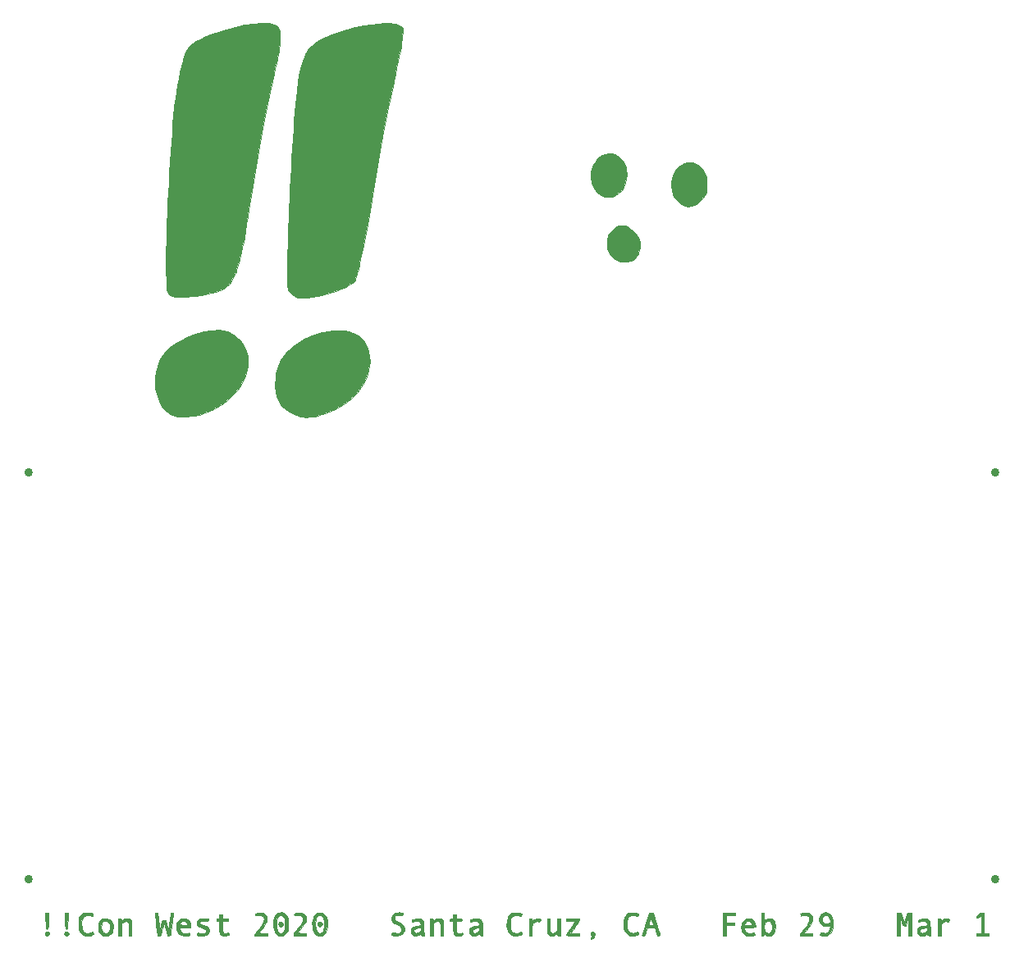
<source format=gbr>
G04 #@! TF.GenerationSoftware,KiCad,Pcbnew,(5.1.5-0-10_14)*
G04 #@! TF.CreationDate,2020-02-09T18:22:42-08:00*
G04 #@! TF.ProjectId,badge-proto,62616467-652d-4707-926f-746f2e6b6963,rev?*
G04 #@! TF.SameCoordinates,Original*
G04 #@! TF.FileFunction,Soldermask,Top*
G04 #@! TF.FilePolarity,Negative*
%FSLAX46Y46*%
G04 Gerber Fmt 4.6, Leading zero omitted, Abs format (unit mm)*
G04 Created by KiCad (PCBNEW (5.1.5-0-10_14)) date 2020-02-09 18:22:42*
%MOMM*%
%LPD*%
G04 APERTURE LIST*
%ADD10C,0.010000*%
%ADD11C,0.867722*%
G04 APERTURE END LIST*
D10*
G36*
X8329936Y-45560115D02*
G01*
X8413580Y-45617830D01*
X8422844Y-45632550D01*
X8463166Y-45790197D01*
X8439941Y-45964971D01*
X8361245Y-46128850D01*
X8245823Y-46246597D01*
X8155767Y-46301406D01*
X8099356Y-46302756D01*
X8049186Y-46256219D01*
X8032290Y-46201926D01*
X8078440Y-46135280D01*
X8111884Y-46104523D01*
X8182658Y-46038280D01*
X8193470Y-45998908D01*
X8148983Y-45958572D01*
X8137657Y-45950599D01*
X8046064Y-45841671D01*
X8032131Y-45703420D01*
X8048287Y-45644338D01*
X8113205Y-45574441D01*
X8218450Y-45546009D01*
X8329936Y-45560115D01*
G37*
X8329936Y-45560115D02*
X8413580Y-45617830D01*
X8422844Y-45632550D01*
X8463166Y-45790197D01*
X8439941Y-45964971D01*
X8361245Y-46128850D01*
X8245823Y-46246597D01*
X8155767Y-46301406D01*
X8099356Y-46302756D01*
X8049186Y-46256219D01*
X8032290Y-46201926D01*
X8078440Y-46135280D01*
X8111884Y-46104523D01*
X8182658Y-46038280D01*
X8193470Y-45998908D01*
X8148983Y-45958572D01*
X8137657Y-45950599D01*
X8046064Y-45841671D01*
X8032131Y-45703420D01*
X8048287Y-45644338D01*
X8113205Y-45574441D01*
X8218450Y-45546009D01*
X8329936Y-45560115D01*
G36*
X-47926360Y-45559591D02*
G01*
X-47856726Y-45644424D01*
X-47836666Y-45744704D01*
X-47869933Y-45858445D01*
X-47952757Y-45938894D01*
X-48059672Y-45974716D01*
X-48165215Y-45954577D01*
X-48215371Y-45913265D01*
X-48246771Y-45830666D01*
X-48252560Y-45715699D01*
X-48252305Y-45712946D01*
X-48210020Y-45597166D01*
X-48126163Y-45534193D01*
X-48023891Y-45522258D01*
X-47926360Y-45559591D01*
G37*
X-47926360Y-45559591D02*
X-47856726Y-45644424D01*
X-47836666Y-45744704D01*
X-47869933Y-45858445D01*
X-47952757Y-45938894D01*
X-48059672Y-45974716D01*
X-48165215Y-45954577D01*
X-48215371Y-45913265D01*
X-48246771Y-45830666D01*
X-48252560Y-45715699D01*
X-48252305Y-45712946D01*
X-48210020Y-45597166D01*
X-48126163Y-45534193D01*
X-48023891Y-45522258D01*
X-47926360Y-45559591D01*
G36*
X-45957244Y-45539190D02*
G01*
X-45860849Y-45618539D01*
X-45839555Y-45655934D01*
X-45820467Y-45777159D01*
X-45864442Y-45878859D01*
X-45950627Y-45947125D01*
X-46058172Y-45968045D01*
X-46166226Y-45927709D01*
X-46200272Y-45896583D01*
X-46263767Y-45774645D01*
X-46246778Y-45651010D01*
X-46187372Y-45573377D01*
X-46076008Y-45521781D01*
X-45957244Y-45539190D01*
G37*
X-45957244Y-45539190D02*
X-45860849Y-45618539D01*
X-45839555Y-45655934D01*
X-45820467Y-45777159D01*
X-45864442Y-45878859D01*
X-45950627Y-45947125D01*
X-46058172Y-45968045D01*
X-46166226Y-45927709D01*
X-46200272Y-45896583D01*
X-46263767Y-45774645D01*
X-46246778Y-45651010D01*
X-46187372Y-45573377D01*
X-46076008Y-45521781D01*
X-45957244Y-45539190D01*
G36*
X-43774209Y-43559019D02*
G01*
X-43580323Y-43584542D01*
X-43458102Y-43620545D01*
X-43356855Y-43669600D01*
X-43318084Y-43717889D01*
X-43323711Y-43790716D01*
X-43326963Y-43804110D01*
X-43351450Y-43891841D01*
X-43366762Y-43931206D01*
X-43409101Y-43924861D01*
X-43505724Y-43897057D01*
X-43578353Y-43873250D01*
X-43798843Y-43826389D01*
X-44008943Y-43832681D01*
X-44185243Y-43889716D01*
X-44261070Y-43943475D01*
X-44371844Y-44081497D01*
X-44444030Y-44257934D01*
X-44481058Y-44486137D01*
X-44486356Y-44779456D01*
X-44485155Y-44816097D01*
X-44462243Y-45106597D01*
X-44415164Y-45325518D01*
X-44339912Y-45483514D01*
X-44232480Y-45591238D01*
X-44182321Y-45621240D01*
X-43998333Y-45675043D01*
X-43778413Y-45675086D01*
X-43551646Y-45621843D01*
X-43521878Y-45610512D01*
X-43404449Y-45566252D01*
X-43341543Y-45560813D01*
X-43308960Y-45601849D01*
X-43285454Y-45685274D01*
X-43277160Y-45766509D01*
X-43316005Y-45822629D01*
X-43398429Y-45871930D01*
X-43573138Y-45931212D01*
X-43790378Y-45960933D01*
X-44016104Y-45960145D01*
X-44216272Y-45927904D01*
X-44301833Y-45897042D01*
X-44448676Y-45813822D01*
X-44557737Y-45712350D01*
X-44650960Y-45568359D01*
X-44712169Y-45443286D01*
X-44756875Y-45332200D01*
X-44785539Y-45218872D01*
X-44801515Y-45079903D01*
X-44808158Y-44891895D01*
X-44809036Y-44767500D01*
X-44803179Y-44514369D01*
X-44785791Y-44305257D01*
X-44758531Y-44158571D01*
X-44752435Y-44139452D01*
X-44656372Y-43953129D01*
X-44514053Y-43776637D01*
X-44352959Y-43642449D01*
X-44311595Y-43618602D01*
X-44171620Y-43575977D01*
X-43981900Y-43556140D01*
X-43774209Y-43559019D01*
G37*
X-43774209Y-43559019D02*
X-43580323Y-43584542D01*
X-43458102Y-43620545D01*
X-43356855Y-43669600D01*
X-43318084Y-43717889D01*
X-43323711Y-43790716D01*
X-43326963Y-43804110D01*
X-43351450Y-43891841D01*
X-43366762Y-43931206D01*
X-43409101Y-43924861D01*
X-43505724Y-43897057D01*
X-43578353Y-43873250D01*
X-43798843Y-43826389D01*
X-44008943Y-43832681D01*
X-44185243Y-43889716D01*
X-44261070Y-43943475D01*
X-44371844Y-44081497D01*
X-44444030Y-44257934D01*
X-44481058Y-44486137D01*
X-44486356Y-44779456D01*
X-44485155Y-44816097D01*
X-44462243Y-45106597D01*
X-44415164Y-45325518D01*
X-44339912Y-45483514D01*
X-44232480Y-45591238D01*
X-44182321Y-45621240D01*
X-43998333Y-45675043D01*
X-43778413Y-45675086D01*
X-43551646Y-45621843D01*
X-43521878Y-45610512D01*
X-43404449Y-45566252D01*
X-43341543Y-45560813D01*
X-43308960Y-45601849D01*
X-43285454Y-45685274D01*
X-43277160Y-45766509D01*
X-43316005Y-45822629D01*
X-43398429Y-45871930D01*
X-43573138Y-45931212D01*
X-43790378Y-45960933D01*
X-44016104Y-45960145D01*
X-44216272Y-45927904D01*
X-44301833Y-45897042D01*
X-44448676Y-45813822D01*
X-44557737Y-45712350D01*
X-44650960Y-45568359D01*
X-44712169Y-45443286D01*
X-44756875Y-45332200D01*
X-44785539Y-45218872D01*
X-44801515Y-45079903D01*
X-44808158Y-44891895D01*
X-44809036Y-44767500D01*
X-44803179Y-44514369D01*
X-44785791Y-44305257D01*
X-44758531Y-44158571D01*
X-44752435Y-44139452D01*
X-44656372Y-43953129D01*
X-44514053Y-43776637D01*
X-44352959Y-43642449D01*
X-44311595Y-43618602D01*
X-44171620Y-43575977D01*
X-43981900Y-43556140D01*
X-43774209Y-43559019D01*
G36*
X-41864299Y-44166165D02*
G01*
X-41633273Y-44238031D01*
X-41451778Y-44376369D01*
X-41323058Y-44577961D01*
X-41250360Y-44839588D01*
X-41234526Y-45063833D01*
X-41260412Y-45353749D01*
X-41340746Y-45585395D01*
X-41479541Y-45768508D01*
X-41549698Y-45828346D01*
X-41745461Y-45928313D01*
X-41975450Y-45968250D01*
X-42211995Y-45945897D01*
X-42361019Y-45894642D01*
X-42520529Y-45786580D01*
X-42651604Y-45617153D01*
X-42657353Y-45607472D01*
X-42720245Y-45489477D01*
X-42756592Y-45381654D01*
X-42773260Y-45252835D01*
X-42777114Y-45071851D01*
X-42777100Y-45063833D01*
X-42774674Y-44989514D01*
X-42470138Y-44989514D01*
X-42462004Y-45202376D01*
X-42412193Y-45400694D01*
X-42321204Y-45563463D01*
X-42211351Y-45658461D01*
X-42071964Y-45699025D01*
X-41912403Y-45693207D01*
X-41775221Y-45643937D01*
X-41751347Y-45626798D01*
X-41645242Y-45491219D01*
X-41572512Y-45303047D01*
X-41538131Y-45089451D01*
X-41547071Y-44877599D01*
X-41587370Y-44730915D01*
X-41690578Y-44568803D01*
X-41832105Y-44459612D01*
X-41993061Y-44410791D01*
X-42154557Y-44429791D01*
X-42239489Y-44473736D01*
X-42359379Y-44604188D01*
X-42436096Y-44783116D01*
X-42470138Y-44989514D01*
X-42774674Y-44989514D01*
X-42770524Y-44862417D01*
X-42748192Y-44715260D01*
X-42704653Y-44592585D01*
X-42682809Y-44548815D01*
X-42534468Y-44348189D01*
X-42341949Y-44217558D01*
X-42141611Y-44163990D01*
X-41864299Y-44166165D01*
G37*
X-41864299Y-44166165D02*
X-41633273Y-44238031D01*
X-41451778Y-44376369D01*
X-41323058Y-44577961D01*
X-41250360Y-44839588D01*
X-41234526Y-45063833D01*
X-41260412Y-45353749D01*
X-41340746Y-45585395D01*
X-41479541Y-45768508D01*
X-41549698Y-45828346D01*
X-41745461Y-45928313D01*
X-41975450Y-45968250D01*
X-42211995Y-45945897D01*
X-42361019Y-45894642D01*
X-42520529Y-45786580D01*
X-42651604Y-45617153D01*
X-42657353Y-45607472D01*
X-42720245Y-45489477D01*
X-42756592Y-45381654D01*
X-42773260Y-45252835D01*
X-42777114Y-45071851D01*
X-42777100Y-45063833D01*
X-42774674Y-44989514D01*
X-42470138Y-44989514D01*
X-42462004Y-45202376D01*
X-42412193Y-45400694D01*
X-42321204Y-45563463D01*
X-42211351Y-45658461D01*
X-42071964Y-45699025D01*
X-41912403Y-45693207D01*
X-41775221Y-45643937D01*
X-41751347Y-45626798D01*
X-41645242Y-45491219D01*
X-41572512Y-45303047D01*
X-41538131Y-45089451D01*
X-41547071Y-44877599D01*
X-41587370Y-44730915D01*
X-41690578Y-44568803D01*
X-41832105Y-44459612D01*
X-41993061Y-44410791D01*
X-42154557Y-44429791D01*
X-42239489Y-44473736D01*
X-42359379Y-44604188D01*
X-42436096Y-44783116D01*
X-42470138Y-44989514D01*
X-42774674Y-44989514D01*
X-42770524Y-44862417D01*
X-42748192Y-44715260D01*
X-42704653Y-44592585D01*
X-42682809Y-44548815D01*
X-42534468Y-44348189D01*
X-42341949Y-44217558D01*
X-42141611Y-44163990D01*
X-41864299Y-44166165D01*
G36*
X-33728968Y-44193054D02*
G01*
X-33535547Y-44303045D01*
X-33381137Y-44471379D01*
X-33276551Y-44685799D01*
X-33232600Y-44934045D01*
X-33231903Y-44968583D01*
X-33231666Y-45085000D01*
X-34426178Y-45085000D01*
X-34397481Y-45201417D01*
X-34307022Y-45429245D01*
X-34167025Y-45591054D01*
X-33982577Y-45683126D01*
X-33758766Y-45701742D01*
X-33718500Y-45697508D01*
X-33538922Y-45674978D01*
X-33426624Y-45666232D01*
X-33364895Y-45674352D01*
X-33337029Y-45702422D01*
X-33326316Y-45753525D01*
X-33324365Y-45770222D01*
X-33326444Y-45847445D01*
X-33370135Y-45893072D01*
X-33472531Y-45928736D01*
X-33713279Y-45967960D01*
X-33962279Y-45962104D01*
X-34182925Y-45912828D01*
X-34228251Y-45894427D01*
X-34443243Y-45753597D01*
X-34596729Y-45555778D01*
X-34687088Y-45303835D01*
X-34713097Y-45038400D01*
X-34680567Y-44757946D01*
X-34674114Y-44741609D01*
X-34377241Y-44741609D01*
X-34355588Y-44791353D01*
X-34263398Y-44818785D01*
X-34095221Y-44829801D01*
X-33972500Y-44831000D01*
X-33785789Y-44829820D01*
X-33667976Y-44823985D01*
X-33603303Y-44810049D01*
X-33576008Y-44784566D01*
X-33570334Y-44744092D01*
X-33570333Y-44743077D01*
X-33599018Y-44658259D01*
X-33670289Y-44556839D01*
X-33694077Y-44531410D01*
X-33840167Y-44428016D01*
X-33988303Y-44408955D01*
X-34139908Y-44474282D01*
X-34230733Y-44551600D01*
X-34333806Y-44663657D01*
X-34377241Y-44741609D01*
X-34674114Y-44741609D01*
X-34587030Y-44521156D01*
X-34439656Y-44336347D01*
X-34245613Y-44211838D01*
X-34012069Y-44155946D01*
X-33950591Y-44153667D01*
X-33728968Y-44193054D01*
G37*
X-33728968Y-44193054D02*
X-33535547Y-44303045D01*
X-33381137Y-44471379D01*
X-33276551Y-44685799D01*
X-33232600Y-44934045D01*
X-33231903Y-44968583D01*
X-33231666Y-45085000D01*
X-34426178Y-45085000D01*
X-34397481Y-45201417D01*
X-34307022Y-45429245D01*
X-34167025Y-45591054D01*
X-33982577Y-45683126D01*
X-33758766Y-45701742D01*
X-33718500Y-45697508D01*
X-33538922Y-45674978D01*
X-33426624Y-45666232D01*
X-33364895Y-45674352D01*
X-33337029Y-45702422D01*
X-33326316Y-45753525D01*
X-33324365Y-45770222D01*
X-33326444Y-45847445D01*
X-33370135Y-45893072D01*
X-33472531Y-45928736D01*
X-33713279Y-45967960D01*
X-33962279Y-45962104D01*
X-34182925Y-45912828D01*
X-34228251Y-45894427D01*
X-34443243Y-45753597D01*
X-34596729Y-45555778D01*
X-34687088Y-45303835D01*
X-34713097Y-45038400D01*
X-34680567Y-44757946D01*
X-34674114Y-44741609D01*
X-34377241Y-44741609D01*
X-34355588Y-44791353D01*
X-34263398Y-44818785D01*
X-34095221Y-44829801D01*
X-33972500Y-44831000D01*
X-33785789Y-44829820D01*
X-33667976Y-44823985D01*
X-33603303Y-44810049D01*
X-33576008Y-44784566D01*
X-33570334Y-44744092D01*
X-33570333Y-44743077D01*
X-33599018Y-44658259D01*
X-33670289Y-44556839D01*
X-33694077Y-44531410D01*
X-33840167Y-44428016D01*
X-33988303Y-44408955D01*
X-34139908Y-44474282D01*
X-34230733Y-44551600D01*
X-34333806Y-44663657D01*
X-34377241Y-44741609D01*
X-34674114Y-44741609D01*
X-34587030Y-44521156D01*
X-34439656Y-44336347D01*
X-34245613Y-44211838D01*
X-34012069Y-44155946D01*
X-33950591Y-44153667D01*
X-33728968Y-44193054D01*
G36*
X-31649224Y-44168723D02*
G01*
X-31515256Y-44182346D01*
X-31435122Y-44202972D01*
X-31426670Y-44208885D01*
X-31416508Y-44264745D01*
X-31427403Y-44338931D01*
X-31445196Y-44392527D01*
X-31477925Y-44422109D01*
X-31545260Y-44432656D01*
X-31666871Y-44429146D01*
X-31760571Y-44423255D01*
X-32005558Y-44423310D01*
X-32175594Y-44460963D01*
X-32271757Y-44536551D01*
X-32292871Y-44590680D01*
X-32289399Y-44667643D01*
X-32239026Y-44734212D01*
X-32130833Y-44798420D01*
X-31953897Y-44868302D01*
X-31882319Y-44892728D01*
X-31667078Y-44969491D01*
X-31518681Y-45038146D01*
X-31421530Y-45109874D01*
X-31360028Y-45195855D01*
X-31322445Y-45294063D01*
X-31304739Y-45481683D01*
X-31361614Y-45650576D01*
X-31483589Y-45792120D01*
X-31661185Y-45897693D01*
X-31884921Y-45958673D01*
X-32065886Y-45970182D01*
X-32231461Y-45961287D01*
X-32384597Y-45942488D01*
X-32459555Y-45926516D01*
X-32551788Y-45891249D01*
X-32580378Y-45842335D01*
X-32570017Y-45771584D01*
X-32546013Y-45680964D01*
X-32514409Y-45644457D01*
X-32448212Y-45649727D01*
X-32357219Y-45674345D01*
X-32149136Y-45712060D01*
X-31958358Y-45710617D01*
X-31797022Y-45675308D01*
X-31677265Y-45611427D01*
X-31611225Y-45524265D01*
X-31611038Y-45419116D01*
X-31639492Y-45361359D01*
X-31730100Y-45282854D01*
X-31902386Y-45200431D01*
X-32043504Y-45149442D01*
X-32292672Y-45048549D01*
X-32463714Y-44935388D01*
X-32562922Y-44804169D01*
X-32596591Y-44649101D01*
X-32596666Y-44640500D01*
X-32557686Y-44480694D01*
X-32453126Y-44334166D01*
X-32301555Y-44223527D01*
X-32229654Y-44193630D01*
X-32127240Y-44174555D01*
X-31979905Y-44164358D01*
X-31812336Y-44162570D01*
X-31649224Y-44168723D01*
G37*
X-31649224Y-44168723D02*
X-31515256Y-44182346D01*
X-31435122Y-44202972D01*
X-31426670Y-44208885D01*
X-31416508Y-44264745D01*
X-31427403Y-44338931D01*
X-31445196Y-44392527D01*
X-31477925Y-44422109D01*
X-31545260Y-44432656D01*
X-31666871Y-44429146D01*
X-31760571Y-44423255D01*
X-32005558Y-44423310D01*
X-32175594Y-44460963D01*
X-32271757Y-44536551D01*
X-32292871Y-44590680D01*
X-32289399Y-44667643D01*
X-32239026Y-44734212D01*
X-32130833Y-44798420D01*
X-31953897Y-44868302D01*
X-31882319Y-44892728D01*
X-31667078Y-44969491D01*
X-31518681Y-45038146D01*
X-31421530Y-45109874D01*
X-31360028Y-45195855D01*
X-31322445Y-45294063D01*
X-31304739Y-45481683D01*
X-31361614Y-45650576D01*
X-31483589Y-45792120D01*
X-31661185Y-45897693D01*
X-31884921Y-45958673D01*
X-32065886Y-45970182D01*
X-32231461Y-45961287D01*
X-32384597Y-45942488D01*
X-32459555Y-45926516D01*
X-32551788Y-45891249D01*
X-32580378Y-45842335D01*
X-32570017Y-45771584D01*
X-32546013Y-45680964D01*
X-32514409Y-45644457D01*
X-32448212Y-45649727D01*
X-32357219Y-45674345D01*
X-32149136Y-45712060D01*
X-31958358Y-45710617D01*
X-31797022Y-45675308D01*
X-31677265Y-45611427D01*
X-31611225Y-45524265D01*
X-31611038Y-45419116D01*
X-31639492Y-45361359D01*
X-31730100Y-45282854D01*
X-31902386Y-45200431D01*
X-32043504Y-45149442D01*
X-32292672Y-45048549D01*
X-32463714Y-44935388D01*
X-32562922Y-44804169D01*
X-32596591Y-44649101D01*
X-32596666Y-44640500D01*
X-32557686Y-44480694D01*
X-32453126Y-44334166D01*
X-32301555Y-44223527D01*
X-32229654Y-44193630D01*
X-32127240Y-44174555D01*
X-31979905Y-44164358D01*
X-31812336Y-44162570D01*
X-31649224Y-44168723D01*
G36*
X-29972000Y-44196000D02*
G01*
X-29379333Y-44196000D01*
X-29379333Y-44450000D01*
X-29972000Y-44450000D01*
X-29972000Y-44956008D01*
X-29966092Y-45242405D01*
X-29944845Y-45452920D01*
X-29902970Y-45595738D01*
X-29835182Y-45679045D01*
X-29736192Y-45711027D01*
X-29600715Y-45699870D01*
X-29505951Y-45677564D01*
X-29361057Y-45655974D01*
X-29279953Y-45687982D01*
X-29259647Y-45775140D01*
X-29263306Y-45803405D01*
X-29313136Y-45864902D01*
X-29423995Y-45914401D01*
X-29572661Y-45948300D01*
X-29735913Y-45962998D01*
X-29890531Y-45954893D01*
X-30013294Y-45920386D01*
X-30014333Y-45919870D01*
X-30109301Y-45854654D01*
X-30178666Y-45759816D01*
X-30225784Y-45623348D01*
X-30254010Y-45433244D01*
X-30266697Y-45177496D01*
X-30268267Y-45010917D01*
X-30268333Y-44450000D01*
X-30416500Y-44450000D01*
X-30516047Y-44442920D01*
X-30556878Y-44407010D01*
X-30564666Y-44323000D01*
X-30556407Y-44237673D01*
X-30514512Y-44202676D01*
X-30416500Y-44196000D01*
X-30268333Y-44196000D01*
X-30268333Y-43730333D01*
X-29972000Y-43730333D01*
X-29972000Y-44196000D01*
G37*
X-29972000Y-44196000D02*
X-29379333Y-44196000D01*
X-29379333Y-44450000D01*
X-29972000Y-44450000D01*
X-29972000Y-44956008D01*
X-29966092Y-45242405D01*
X-29944845Y-45452920D01*
X-29902970Y-45595738D01*
X-29835182Y-45679045D01*
X-29736192Y-45711027D01*
X-29600715Y-45699870D01*
X-29505951Y-45677564D01*
X-29361057Y-45655974D01*
X-29279953Y-45687982D01*
X-29259647Y-45775140D01*
X-29263306Y-45803405D01*
X-29313136Y-45864902D01*
X-29423995Y-45914401D01*
X-29572661Y-45948300D01*
X-29735913Y-45962998D01*
X-29890531Y-45954893D01*
X-30013294Y-45920386D01*
X-30014333Y-45919870D01*
X-30109301Y-45854654D01*
X-30178666Y-45759816D01*
X-30225784Y-45623348D01*
X-30254010Y-45433244D01*
X-30266697Y-45177496D01*
X-30268267Y-45010917D01*
X-30268333Y-44450000D01*
X-30416500Y-44450000D01*
X-30516047Y-44442920D01*
X-30556878Y-44407010D01*
X-30564666Y-44323000D01*
X-30556407Y-44237673D01*
X-30514512Y-44202676D01*
X-30416500Y-44196000D01*
X-30268333Y-44196000D01*
X-30268333Y-43730333D01*
X-29972000Y-43730333D01*
X-29972000Y-44196000D01*
G36*
X-23621000Y-43607616D02*
G01*
X-23442052Y-43745695D01*
X-23301125Y-43957453D01*
X-23291712Y-43977336D01*
X-23215377Y-44206044D01*
X-23170265Y-44477835D01*
X-23155736Y-44770455D01*
X-23171148Y-45061653D01*
X-23215859Y-45329178D01*
X-23289227Y-45550776D01*
X-23339717Y-45642298D01*
X-23505985Y-45823919D01*
X-23705268Y-45936074D01*
X-23923173Y-45975034D01*
X-24145308Y-45937070D01*
X-24264391Y-45881864D01*
X-24429497Y-45739002D01*
X-24557783Y-45529091D01*
X-24646104Y-45262761D01*
X-24691317Y-44950644D01*
X-24691019Y-44850635D01*
X-24372051Y-44850635D01*
X-24350654Y-45106350D01*
X-24303954Y-45333522D01*
X-24273380Y-45423283D01*
X-24174096Y-45583834D01*
X-24041540Y-45673524D01*
X-23889891Y-45688660D01*
X-23733328Y-45625549D01*
X-23674441Y-45579330D01*
X-23588162Y-45465787D01*
X-23528553Y-45300387D01*
X-23493445Y-45073505D01*
X-23480670Y-44775514D01*
X-23480557Y-44719035D01*
X-23484062Y-44507771D01*
X-23495919Y-44356104D01*
X-23520180Y-44239072D01*
X-23560895Y-44131714D01*
X-23583613Y-44084035D01*
X-23697381Y-43921419D01*
X-23833323Y-43832268D01*
X-23978882Y-43818546D01*
X-24121502Y-43882219D01*
X-24220759Y-43984333D01*
X-24292497Y-44133227D01*
X-24342164Y-44341975D01*
X-24368951Y-44588477D01*
X-24372051Y-44850635D01*
X-24691019Y-44850635D01*
X-24690280Y-44603370D01*
X-24678918Y-44479927D01*
X-24618907Y-44154753D01*
X-24520020Y-43902341D01*
X-24379853Y-43719047D01*
X-24195999Y-43601223D01*
X-24073807Y-43562648D01*
X-23833181Y-43545754D01*
X-23621000Y-43607616D01*
G37*
X-23621000Y-43607616D02*
X-23442052Y-43745695D01*
X-23301125Y-43957453D01*
X-23291712Y-43977336D01*
X-23215377Y-44206044D01*
X-23170265Y-44477835D01*
X-23155736Y-44770455D01*
X-23171148Y-45061653D01*
X-23215859Y-45329178D01*
X-23289227Y-45550776D01*
X-23339717Y-45642298D01*
X-23505985Y-45823919D01*
X-23705268Y-45936074D01*
X-23923173Y-45975034D01*
X-24145308Y-45937070D01*
X-24264391Y-45881864D01*
X-24429497Y-45739002D01*
X-24557783Y-45529091D01*
X-24646104Y-45262761D01*
X-24691317Y-44950644D01*
X-24691019Y-44850635D01*
X-24372051Y-44850635D01*
X-24350654Y-45106350D01*
X-24303954Y-45333522D01*
X-24273380Y-45423283D01*
X-24174096Y-45583834D01*
X-24041540Y-45673524D01*
X-23889891Y-45688660D01*
X-23733328Y-45625549D01*
X-23674441Y-45579330D01*
X-23588162Y-45465787D01*
X-23528553Y-45300387D01*
X-23493445Y-45073505D01*
X-23480670Y-44775514D01*
X-23480557Y-44719035D01*
X-23484062Y-44507771D01*
X-23495919Y-44356104D01*
X-23520180Y-44239072D01*
X-23560895Y-44131714D01*
X-23583613Y-44084035D01*
X-23697381Y-43921419D01*
X-23833323Y-43832268D01*
X-23978882Y-43818546D01*
X-24121502Y-43882219D01*
X-24220759Y-43984333D01*
X-24292497Y-44133227D01*
X-24342164Y-44341975D01*
X-24368951Y-44588477D01*
X-24372051Y-44850635D01*
X-24691019Y-44850635D01*
X-24690280Y-44603370D01*
X-24678918Y-44479927D01*
X-24618907Y-44154753D01*
X-24520020Y-43902341D01*
X-24379853Y-43719047D01*
X-24195999Y-43601223D01*
X-24073807Y-43562648D01*
X-23833181Y-43545754D01*
X-23621000Y-43607616D01*
G36*
X-19677894Y-43578203D02*
G01*
X-19507192Y-43665287D01*
X-19365177Y-43821732D01*
X-19284349Y-43959888D01*
X-19222105Y-44092950D01*
X-19182285Y-44215896D01*
X-19158665Y-44357434D01*
X-19145019Y-44546274D01*
X-19141931Y-44616636D01*
X-19144402Y-44994479D01*
X-19186643Y-45303839D01*
X-19270939Y-45552148D01*
X-19399576Y-45746842D01*
X-19524494Y-45860646D01*
X-19681556Y-45933021D01*
X-19877772Y-45962600D01*
X-20078329Y-45947791D01*
X-20237346Y-45893269D01*
X-20391997Y-45763707D01*
X-20516869Y-45568488D01*
X-20609088Y-45322231D01*
X-20665783Y-45039556D01*
X-20678515Y-44827701D01*
X-20352994Y-44827701D01*
X-20339010Y-45077478D01*
X-20302449Y-45298146D01*
X-20251336Y-45449735D01*
X-20142738Y-45598696D01*
X-20001635Y-45677168D01*
X-19844526Y-45681579D01*
X-19687909Y-45608357D01*
X-19652774Y-45579330D01*
X-19569770Y-45470580D01*
X-19512138Y-45312166D01*
X-19477676Y-45094001D01*
X-19464184Y-44805997D01*
X-19463857Y-44713373D01*
X-19467614Y-44499895D01*
X-19479546Y-44346596D01*
X-19503523Y-44229098D01*
X-19543416Y-44123022D01*
X-19564675Y-44078373D01*
X-19677857Y-43918282D01*
X-19814106Y-43831388D01*
X-19960248Y-43819644D01*
X-20103106Y-43885003D01*
X-20199092Y-43984333D01*
X-20267450Y-44127130D01*
X-20316418Y-44330185D01*
X-20345198Y-44571156D01*
X-20352994Y-44827701D01*
X-20678515Y-44827701D01*
X-20684082Y-44735084D01*
X-20661112Y-44423432D01*
X-20594003Y-44119223D01*
X-20589020Y-44103145D01*
X-20479695Y-43858088D01*
X-20327751Y-43685653D01*
X-20130847Y-43583987D01*
X-19891014Y-43551231D01*
X-19677894Y-43578203D01*
G37*
X-19677894Y-43578203D02*
X-19507192Y-43665287D01*
X-19365177Y-43821732D01*
X-19284349Y-43959888D01*
X-19222105Y-44092950D01*
X-19182285Y-44215896D01*
X-19158665Y-44357434D01*
X-19145019Y-44546274D01*
X-19141931Y-44616636D01*
X-19144402Y-44994479D01*
X-19186643Y-45303839D01*
X-19270939Y-45552148D01*
X-19399576Y-45746842D01*
X-19524494Y-45860646D01*
X-19681556Y-45933021D01*
X-19877772Y-45962600D01*
X-20078329Y-45947791D01*
X-20237346Y-45893269D01*
X-20391997Y-45763707D01*
X-20516869Y-45568488D01*
X-20609088Y-45322231D01*
X-20665783Y-45039556D01*
X-20678515Y-44827701D01*
X-20352994Y-44827701D01*
X-20339010Y-45077478D01*
X-20302449Y-45298146D01*
X-20251336Y-45449735D01*
X-20142738Y-45598696D01*
X-20001635Y-45677168D01*
X-19844526Y-45681579D01*
X-19687909Y-45608357D01*
X-19652774Y-45579330D01*
X-19569770Y-45470580D01*
X-19512138Y-45312166D01*
X-19477676Y-45094001D01*
X-19464184Y-44805997D01*
X-19463857Y-44713373D01*
X-19467614Y-44499895D01*
X-19479546Y-44346596D01*
X-19503523Y-44229098D01*
X-19543416Y-44123022D01*
X-19564675Y-44078373D01*
X-19677857Y-43918282D01*
X-19814106Y-43831388D01*
X-19960248Y-43819644D01*
X-20103106Y-43885003D01*
X-20199092Y-43984333D01*
X-20267450Y-44127130D01*
X-20316418Y-44330185D01*
X-20345198Y-44571156D01*
X-20352994Y-44827701D01*
X-20678515Y-44827701D01*
X-20684082Y-44735084D01*
X-20661112Y-44423432D01*
X-20594003Y-44119223D01*
X-20589020Y-44103145D01*
X-20479695Y-43858088D01*
X-20327751Y-43685653D01*
X-20130847Y-43583987D01*
X-19891014Y-43551231D01*
X-19677894Y-43578203D01*
G36*
X-11564353Y-43560057D02*
G01*
X-11415009Y-43583309D01*
X-11334352Y-43612306D01*
X-11306603Y-43658626D01*
X-11315982Y-43733847D01*
X-11317751Y-43741011D01*
X-11335665Y-43790580D01*
X-11371070Y-43819982D01*
X-11442647Y-43834260D01*
X-11569075Y-43838453D01*
X-11677976Y-43838232D01*
X-11903068Y-43848514D01*
X-12056428Y-43886441D01*
X-12148104Y-43957751D01*
X-12188148Y-44068181D01*
X-12192000Y-44131682D01*
X-12176033Y-44232478D01*
X-12120723Y-44323024D01*
X-12014952Y-44413695D01*
X-11847605Y-44514862D01*
X-11698487Y-44592190D01*
X-11472373Y-44723711D01*
X-11319154Y-44861513D01*
X-11227389Y-45019407D01*
X-11185643Y-45211203D01*
X-11185619Y-45211450D01*
X-11199276Y-45450142D01*
X-11285055Y-45650631D01*
X-11436495Y-45806232D01*
X-11647137Y-45910263D01*
X-11904959Y-45955747D01*
X-12078137Y-45956166D01*
X-12244354Y-45941925D01*
X-12333833Y-45924599D01*
X-12437475Y-45889830D01*
X-12478187Y-45848161D01*
X-12475707Y-45774409D01*
X-12470975Y-45749626D01*
X-12449551Y-45655901D01*
X-12433693Y-45608940D01*
X-12433433Y-45608656D01*
X-12390007Y-45613133D01*
X-12290150Y-45636917D01*
X-12195109Y-45663409D01*
X-11962482Y-45701543D01*
X-11765797Y-45673503D01*
X-11613864Y-45583423D01*
X-11515494Y-45435436D01*
X-11487489Y-45331325D01*
X-11502943Y-45172953D01*
X-11602349Y-45024380D01*
X-11785772Y-44885526D01*
X-11926740Y-44811264D01*
X-12160299Y-44690000D01*
X-12323368Y-44576131D01*
X-12428178Y-44459004D01*
X-12486959Y-44327967D01*
X-12488641Y-44321855D01*
X-12511870Y-44100644D01*
X-12461170Y-43907833D01*
X-12344389Y-43749890D01*
X-12169375Y-43633284D01*
X-11943977Y-43564483D01*
X-11676043Y-43549956D01*
X-11564353Y-43560057D01*
G37*
X-11564353Y-43560057D02*
X-11415009Y-43583309D01*
X-11334352Y-43612306D01*
X-11306603Y-43658626D01*
X-11315982Y-43733847D01*
X-11317751Y-43741011D01*
X-11335665Y-43790580D01*
X-11371070Y-43819982D01*
X-11442647Y-43834260D01*
X-11569075Y-43838453D01*
X-11677976Y-43838232D01*
X-11903068Y-43848514D01*
X-12056428Y-43886441D01*
X-12148104Y-43957751D01*
X-12188148Y-44068181D01*
X-12192000Y-44131682D01*
X-12176033Y-44232478D01*
X-12120723Y-44323024D01*
X-12014952Y-44413695D01*
X-11847605Y-44514862D01*
X-11698487Y-44592190D01*
X-11472373Y-44723711D01*
X-11319154Y-44861513D01*
X-11227389Y-45019407D01*
X-11185643Y-45211203D01*
X-11185619Y-45211450D01*
X-11199276Y-45450142D01*
X-11285055Y-45650631D01*
X-11436495Y-45806232D01*
X-11647137Y-45910263D01*
X-11904959Y-45955747D01*
X-12078137Y-45956166D01*
X-12244354Y-45941925D01*
X-12333833Y-45924599D01*
X-12437475Y-45889830D01*
X-12478187Y-45848161D01*
X-12475707Y-45774409D01*
X-12470975Y-45749626D01*
X-12449551Y-45655901D01*
X-12433693Y-45608940D01*
X-12433433Y-45608656D01*
X-12390007Y-45613133D01*
X-12290150Y-45636917D01*
X-12195109Y-45663409D01*
X-11962482Y-45701543D01*
X-11765797Y-45673503D01*
X-11613864Y-45583423D01*
X-11515494Y-45435436D01*
X-11487489Y-45331325D01*
X-11502943Y-45172953D01*
X-11602349Y-45024380D01*
X-11785772Y-44885526D01*
X-11926740Y-44811264D01*
X-12160299Y-44690000D01*
X-12323368Y-44576131D01*
X-12428178Y-44459004D01*
X-12486959Y-44327967D01*
X-12488641Y-44321855D01*
X-12511870Y-44100644D01*
X-12461170Y-43907833D01*
X-12344389Y-43749890D01*
X-12169375Y-43633284D01*
X-11943977Y-43564483D01*
X-11676043Y-43549956D01*
X-11564353Y-43560057D01*
G36*
X-9525753Y-44192431D02*
G01*
X-9361293Y-44273481D01*
X-9258073Y-44393748D01*
X-9230661Y-44482219D01*
X-9208775Y-44632704D01*
X-9191726Y-44852225D01*
X-9178821Y-45147804D01*
X-9176504Y-45222583D01*
X-9155818Y-45931667D01*
X-9298076Y-45931667D01*
X-9395594Y-45923071D01*
X-9434454Y-45884474D01*
X-9440333Y-45823679D01*
X-9440333Y-45715691D01*
X-9590284Y-45830064D01*
X-9744979Y-45911789D01*
X-9930141Y-45958223D01*
X-10110498Y-45963470D01*
X-10223500Y-45935914D01*
X-10383648Y-45821926D01*
X-10485400Y-45656483D01*
X-10515752Y-45496841D01*
X-10508722Y-45446932D01*
X-10195382Y-45446932D01*
X-10177319Y-45567589D01*
X-10101445Y-45645951D01*
X-9984960Y-45678983D01*
X-9845067Y-45663650D01*
X-9698968Y-45596917D01*
X-9632306Y-45546281D01*
X-9531942Y-45441400D01*
X-9488730Y-45341137D01*
X-9482666Y-45266237D01*
X-9482666Y-45117578D01*
X-9726083Y-45146123D01*
X-9954834Y-45195839D01*
X-10108786Y-45282239D01*
X-10186998Y-45404716D01*
X-10195382Y-45446932D01*
X-10508722Y-45446932D01*
X-10487013Y-45292828D01*
X-10389569Y-45134479D01*
X-10221811Y-45020385D01*
X-9982134Y-44949133D01*
X-9873389Y-44933172D01*
X-9690476Y-44910565D01*
X-9575882Y-44888619D01*
X-9513672Y-44859602D01*
X-9487914Y-44815786D01*
X-9482676Y-44749441D01*
X-9482666Y-44743602D01*
X-9520186Y-44602732D01*
X-9616489Y-44485376D01*
X-9747198Y-44416354D01*
X-9812681Y-44407667D01*
X-9927282Y-44420075D01*
X-10075019Y-44451418D01*
X-10139332Y-44469198D01*
X-10278530Y-44506476D01*
X-10359265Y-44509852D01*
X-10402407Y-44474995D01*
X-10425722Y-44409746D01*
X-10425161Y-44356479D01*
X-10380605Y-44311658D01*
X-10276223Y-44262354D01*
X-10217577Y-44239753D01*
X-9969280Y-44173097D01*
X-9733544Y-44158146D01*
X-9525753Y-44192431D01*
G37*
X-9525753Y-44192431D02*
X-9361293Y-44273481D01*
X-9258073Y-44393748D01*
X-9230661Y-44482219D01*
X-9208775Y-44632704D01*
X-9191726Y-44852225D01*
X-9178821Y-45147804D01*
X-9176504Y-45222583D01*
X-9155818Y-45931667D01*
X-9298076Y-45931667D01*
X-9395594Y-45923071D01*
X-9434454Y-45884474D01*
X-9440333Y-45823679D01*
X-9440333Y-45715691D01*
X-9590284Y-45830064D01*
X-9744979Y-45911789D01*
X-9930141Y-45958223D01*
X-10110498Y-45963470D01*
X-10223500Y-45935914D01*
X-10383648Y-45821926D01*
X-10485400Y-45656483D01*
X-10515752Y-45496841D01*
X-10508722Y-45446932D01*
X-10195382Y-45446932D01*
X-10177319Y-45567589D01*
X-10101445Y-45645951D01*
X-9984960Y-45678983D01*
X-9845067Y-45663650D01*
X-9698968Y-45596917D01*
X-9632306Y-45546281D01*
X-9531942Y-45441400D01*
X-9488730Y-45341137D01*
X-9482666Y-45266237D01*
X-9482666Y-45117578D01*
X-9726083Y-45146123D01*
X-9954834Y-45195839D01*
X-10108786Y-45282239D01*
X-10186998Y-45404716D01*
X-10195382Y-45446932D01*
X-10508722Y-45446932D01*
X-10487013Y-45292828D01*
X-10389569Y-45134479D01*
X-10221811Y-45020385D01*
X-9982134Y-44949133D01*
X-9873389Y-44933172D01*
X-9690476Y-44910565D01*
X-9575882Y-44888619D01*
X-9513672Y-44859602D01*
X-9487914Y-44815786D01*
X-9482676Y-44749441D01*
X-9482666Y-44743602D01*
X-9520186Y-44602732D01*
X-9616489Y-44485376D01*
X-9747198Y-44416354D01*
X-9812681Y-44407667D01*
X-9927282Y-44420075D01*
X-10075019Y-44451418D01*
X-10139332Y-44469198D01*
X-10278530Y-44506476D01*
X-10359265Y-44509852D01*
X-10402407Y-44474995D01*
X-10425722Y-44409746D01*
X-10425161Y-44356479D01*
X-10380605Y-44311658D01*
X-10276223Y-44262354D01*
X-10217577Y-44239753D01*
X-9969280Y-44173097D01*
X-9733544Y-44158146D01*
X-9525753Y-44192431D01*
G36*
X-5842000Y-44192131D02*
G01*
X-5556250Y-44204649D01*
X-5404777Y-44213193D01*
X-5319201Y-44227297D01*
X-5280777Y-44254722D01*
X-5270765Y-44303231D01*
X-5270500Y-44323000D01*
X-5275654Y-44379327D01*
X-5303612Y-44412246D01*
X-5373115Y-44429522D01*
X-5502906Y-44438916D01*
X-5556250Y-44441351D01*
X-5842000Y-44453868D01*
X-5842000Y-45002267D01*
X-5840887Y-45230038D01*
X-5836070Y-45389085D01*
X-5825334Y-45495341D01*
X-5806461Y-45564735D01*
X-5777235Y-45613199D01*
X-5753366Y-45639300D01*
X-5692725Y-45686286D01*
X-5618401Y-45706775D01*
X-5510636Y-45701217D01*
X-5349673Y-45670062D01*
X-5265463Y-45650412D01*
X-5195035Y-45652244D01*
X-5159822Y-45715769D01*
X-5154332Y-45741027D01*
X-5154092Y-45830435D01*
X-5212297Y-45882817D01*
X-5244036Y-45896429D01*
X-5396442Y-45937004D01*
X-5574657Y-45957467D01*
X-5747368Y-45956836D01*
X-5883265Y-45934131D01*
X-5922007Y-45917675D01*
X-6000539Y-45862452D01*
X-6057447Y-45792900D01*
X-6096123Y-45695371D01*
X-6119958Y-45556218D01*
X-6132344Y-45361795D01*
X-6136672Y-45098455D01*
X-6136833Y-45053250D01*
X-6138333Y-44450000D01*
X-6307666Y-44450000D01*
X-6416244Y-44444985D01*
X-6464512Y-44417807D01*
X-6476733Y-44350271D01*
X-6477000Y-44323000D01*
X-6470313Y-44241566D01*
X-6434077Y-44205366D01*
X-6344027Y-44196200D01*
X-6307666Y-44196000D01*
X-6138333Y-44196000D01*
X-6138333Y-43730333D01*
X-5842000Y-43730333D01*
X-5842000Y-44192131D01*
G37*
X-5842000Y-44192131D02*
X-5556250Y-44204649D01*
X-5404777Y-44213193D01*
X-5319201Y-44227297D01*
X-5280777Y-44254722D01*
X-5270765Y-44303231D01*
X-5270500Y-44323000D01*
X-5275654Y-44379327D01*
X-5303612Y-44412246D01*
X-5373115Y-44429522D01*
X-5502906Y-44438916D01*
X-5556250Y-44441351D01*
X-5842000Y-44453868D01*
X-5842000Y-45002267D01*
X-5840887Y-45230038D01*
X-5836070Y-45389085D01*
X-5825334Y-45495341D01*
X-5806461Y-45564735D01*
X-5777235Y-45613199D01*
X-5753366Y-45639300D01*
X-5692725Y-45686286D01*
X-5618401Y-45706775D01*
X-5510636Y-45701217D01*
X-5349673Y-45670062D01*
X-5265463Y-45650412D01*
X-5195035Y-45652244D01*
X-5159822Y-45715769D01*
X-5154332Y-45741027D01*
X-5154092Y-45830435D01*
X-5212297Y-45882817D01*
X-5244036Y-45896429D01*
X-5396442Y-45937004D01*
X-5574657Y-45957467D01*
X-5747368Y-45956836D01*
X-5883265Y-45934131D01*
X-5922007Y-45917675D01*
X-6000539Y-45862452D01*
X-6057447Y-45792900D01*
X-6096123Y-45695371D01*
X-6119958Y-45556218D01*
X-6132344Y-45361795D01*
X-6136672Y-45098455D01*
X-6136833Y-45053250D01*
X-6138333Y-44450000D01*
X-6307666Y-44450000D01*
X-6416244Y-44444985D01*
X-6464512Y-44417807D01*
X-6476733Y-44350271D01*
X-6477000Y-44323000D01*
X-6470313Y-44241566D01*
X-6434077Y-44205366D01*
X-6344027Y-44196200D01*
X-6307666Y-44196000D01*
X-6138333Y-44196000D01*
X-6138333Y-43730333D01*
X-5842000Y-43730333D01*
X-5842000Y-44192131D01*
G36*
X-3688000Y-44166237D02*
G01*
X-3532949Y-44178382D01*
X-3432812Y-44203287D01*
X-3357851Y-44252111D01*
X-3299414Y-44312092D01*
X-3244355Y-44382489D01*
X-3202784Y-44462434D01*
X-3172510Y-44565017D01*
X-3151344Y-44703327D01*
X-3137096Y-44890454D01*
X-3127576Y-45139486D01*
X-3122298Y-45370810D01*
X-3111500Y-45931786D01*
X-3248277Y-45931726D01*
X-3349688Y-45918146D01*
X-3399261Y-45864155D01*
X-3412239Y-45823351D01*
X-3439425Y-45715035D01*
X-3529462Y-45799364D01*
X-3710039Y-45917115D01*
X-3915770Y-45968585D01*
X-4122774Y-45950774D01*
X-4262381Y-45891440D01*
X-4403129Y-45775769D01*
X-4473058Y-45632846D01*
X-4487333Y-45491941D01*
X-4472317Y-45404976D01*
X-4174237Y-45404976D01*
X-4169233Y-45524932D01*
X-4100540Y-45615670D01*
X-3986691Y-45668169D01*
X-3846222Y-45673402D01*
X-3711967Y-45630043D01*
X-3539212Y-45510741D01*
X-3446958Y-45371007D01*
X-3429000Y-45262292D01*
X-3429000Y-45115676D01*
X-3665479Y-45143470D01*
X-3906618Y-45191436D01*
X-4073841Y-45269196D01*
X-4164240Y-45375257D01*
X-4174237Y-45404976D01*
X-4472317Y-45404976D01*
X-4451625Y-45285145D01*
X-4345076Y-45124117D01*
X-4168546Y-45009601D01*
X-3922897Y-44942340D01*
X-3838855Y-44931780D01*
X-3647292Y-44911532D01*
X-3525865Y-44891471D01*
X-3460361Y-44864444D01*
X-3436567Y-44823299D01*
X-3440270Y-44760887D01*
X-3445236Y-44733717D01*
X-3509144Y-44586727D01*
X-3624307Y-44471855D01*
X-3765402Y-44411683D01*
X-3810881Y-44407667D01*
X-3926388Y-44421521D01*
X-4072931Y-44456426D01*
X-4131846Y-44474823D01*
X-4280773Y-44510194D01*
X-4367427Y-44491706D01*
X-4396409Y-44417420D01*
X-4391873Y-44365333D01*
X-4342435Y-44303671D01*
X-4228621Y-44247125D01*
X-4070718Y-44201434D01*
X-3889015Y-44172336D01*
X-3703800Y-44165572D01*
X-3688000Y-44166237D01*
G37*
X-3688000Y-44166237D02*
X-3532949Y-44178382D01*
X-3432812Y-44203287D01*
X-3357851Y-44252111D01*
X-3299414Y-44312092D01*
X-3244355Y-44382489D01*
X-3202784Y-44462434D01*
X-3172510Y-44565017D01*
X-3151344Y-44703327D01*
X-3137096Y-44890454D01*
X-3127576Y-45139486D01*
X-3122298Y-45370810D01*
X-3111500Y-45931786D01*
X-3248277Y-45931726D01*
X-3349688Y-45918146D01*
X-3399261Y-45864155D01*
X-3412239Y-45823351D01*
X-3439425Y-45715035D01*
X-3529462Y-45799364D01*
X-3710039Y-45917115D01*
X-3915770Y-45968585D01*
X-4122774Y-45950774D01*
X-4262381Y-45891440D01*
X-4403129Y-45775769D01*
X-4473058Y-45632846D01*
X-4487333Y-45491941D01*
X-4472317Y-45404976D01*
X-4174237Y-45404976D01*
X-4169233Y-45524932D01*
X-4100540Y-45615670D01*
X-3986691Y-45668169D01*
X-3846222Y-45673402D01*
X-3711967Y-45630043D01*
X-3539212Y-45510741D01*
X-3446958Y-45371007D01*
X-3429000Y-45262292D01*
X-3429000Y-45115676D01*
X-3665479Y-45143470D01*
X-3906618Y-45191436D01*
X-4073841Y-45269196D01*
X-4164240Y-45375257D01*
X-4174237Y-45404976D01*
X-4472317Y-45404976D01*
X-4451625Y-45285145D01*
X-4345076Y-45124117D01*
X-4168546Y-45009601D01*
X-3922897Y-44942340D01*
X-3838855Y-44931780D01*
X-3647292Y-44911532D01*
X-3525865Y-44891471D01*
X-3460361Y-44864444D01*
X-3436567Y-44823299D01*
X-3440270Y-44760887D01*
X-3445236Y-44733717D01*
X-3509144Y-44586727D01*
X-3624307Y-44471855D01*
X-3765402Y-44411683D01*
X-3810881Y-44407667D01*
X-3926388Y-44421521D01*
X-4072931Y-44456426D01*
X-4131846Y-44474823D01*
X-4280773Y-44510194D01*
X-4367427Y-44491706D01*
X-4396409Y-44417420D01*
X-4391873Y-44365333D01*
X-4342435Y-44303671D01*
X-4228621Y-44247125D01*
X-4070718Y-44201434D01*
X-3889015Y-44172336D01*
X-3703800Y-44165572D01*
X-3688000Y-44166237D01*
G36*
X508644Y-43565573D02*
G01*
X670472Y-43592857D01*
X809007Y-43630757D01*
X902802Y-43673599D01*
X931334Y-43709789D01*
X914599Y-43758754D01*
X877441Y-43840441D01*
X839427Y-43912947D01*
X828729Y-43929509D01*
X789081Y-43922138D01*
X697247Y-43893300D01*
X654546Y-43878451D01*
X400317Y-43820754D01*
X175145Y-43835760D01*
X-13377Y-43921145D01*
X-157660Y-44074586D01*
X-193447Y-44138085D01*
X-233135Y-44238567D01*
X-258008Y-44359600D01*
X-270921Y-44522544D01*
X-274725Y-44746333D01*
X-264046Y-45034260D01*
X-228233Y-45254417D01*
X-162597Y-45421198D01*
X-62450Y-45548994D01*
X5013Y-45604958D01*
X139959Y-45661999D01*
X318062Y-45683796D01*
X505228Y-45669752D01*
X667363Y-45619273D01*
X672607Y-45616611D01*
X770077Y-45571505D01*
X835009Y-45550810D01*
X837769Y-45550667D01*
X875287Y-45582681D01*
X921962Y-45655299D01*
X958647Y-45733378D01*
X966197Y-45781778D01*
X964668Y-45783587D01*
X829294Y-45859343D01*
X638501Y-45917223D01*
X420425Y-45953025D01*
X203204Y-45962545D01*
X14972Y-45941584D01*
X-23860Y-45931212D01*
X-212135Y-45830391D01*
X-370816Y-45661345D01*
X-495140Y-45436793D01*
X-580348Y-45169452D01*
X-621678Y-44872039D01*
X-614370Y-44557274D01*
X-593331Y-44409968D01*
X-515001Y-44103669D01*
X-401555Y-43871191D01*
X-246604Y-43706710D01*
X-43762Y-43604405D01*
X213358Y-43558452D01*
X344966Y-43554582D01*
X508644Y-43565573D01*
G37*
X508644Y-43565573D02*
X670472Y-43592857D01*
X809007Y-43630757D01*
X902802Y-43673599D01*
X931334Y-43709789D01*
X914599Y-43758754D01*
X877441Y-43840441D01*
X839427Y-43912947D01*
X828729Y-43929509D01*
X789081Y-43922138D01*
X697247Y-43893300D01*
X654546Y-43878451D01*
X400317Y-43820754D01*
X175145Y-43835760D01*
X-13377Y-43921145D01*
X-157660Y-44074586D01*
X-193447Y-44138085D01*
X-233135Y-44238567D01*
X-258008Y-44359600D01*
X-270921Y-44522544D01*
X-274725Y-44746333D01*
X-264046Y-45034260D01*
X-228233Y-45254417D01*
X-162597Y-45421198D01*
X-62450Y-45548994D01*
X5013Y-45604958D01*
X139959Y-45661999D01*
X318062Y-45683796D01*
X505228Y-45669752D01*
X667363Y-45619273D01*
X672607Y-45616611D01*
X770077Y-45571505D01*
X835009Y-45550810D01*
X837769Y-45550667D01*
X875287Y-45582681D01*
X921962Y-45655299D01*
X958647Y-45733378D01*
X966197Y-45781778D01*
X964668Y-45783587D01*
X829294Y-45859343D01*
X638501Y-45917223D01*
X420425Y-45953025D01*
X203204Y-45962545D01*
X14972Y-45941584D01*
X-23860Y-45931212D01*
X-212135Y-45830391D01*
X-370816Y-45661345D01*
X-495140Y-45436793D01*
X-580348Y-45169452D01*
X-621678Y-44872039D01*
X-614370Y-44557274D01*
X-593331Y-44409968D01*
X-515001Y-44103669D01*
X-401555Y-43871191D01*
X-246604Y-43706710D01*
X-43762Y-43604405D01*
X213358Y-43558452D01*
X344966Y-43554582D01*
X508644Y-43565573D01*
G36*
X3852334Y-44873333D02*
G01*
X3853037Y-45128866D01*
X3856226Y-45313658D01*
X3863519Y-45441628D01*
X3876533Y-45526696D01*
X3896886Y-45582784D01*
X3926197Y-45623811D01*
X3941410Y-45639743D01*
X4060020Y-45703327D01*
X4207968Y-45691440D01*
X4378521Y-45605207D01*
X4444829Y-45555636D01*
X4593167Y-45435653D01*
X4604882Y-44815826D01*
X4616597Y-44196000D01*
X4910667Y-44196000D01*
X4910667Y-45931667D01*
X4762500Y-45931667D01*
X4662330Y-45923790D01*
X4621317Y-45888214D01*
X4614334Y-45825233D01*
X4614334Y-45718799D01*
X4445775Y-45830345D01*
X4243943Y-45925955D01*
X4032956Y-45961059D01*
X3838667Y-45932573D01*
X3783878Y-45909336D01*
X3706676Y-45862582D01*
X3648999Y-45804073D01*
X3608062Y-45721638D01*
X3581079Y-45603108D01*
X3565265Y-45436311D01*
X3557834Y-45209078D01*
X3556000Y-44913675D01*
X3556000Y-44196000D01*
X3852334Y-44196000D01*
X3852334Y-44873333D01*
G37*
X3852334Y-44873333D02*
X3853037Y-45128866D01*
X3856226Y-45313658D01*
X3863519Y-45441628D01*
X3876533Y-45526696D01*
X3896886Y-45582784D01*
X3926197Y-45623811D01*
X3941410Y-45639743D01*
X4060020Y-45703327D01*
X4207968Y-45691440D01*
X4378521Y-45605207D01*
X4444829Y-45555636D01*
X4593167Y-45435653D01*
X4604882Y-44815826D01*
X4616597Y-44196000D01*
X4910667Y-44196000D01*
X4910667Y-45931667D01*
X4762500Y-45931667D01*
X4662330Y-45923790D01*
X4621317Y-45888214D01*
X4614334Y-45825233D01*
X4614334Y-45718799D01*
X4445775Y-45830345D01*
X4243943Y-45925955D01*
X4032956Y-45961059D01*
X3838667Y-45932573D01*
X3783878Y-45909336D01*
X3706676Y-45862582D01*
X3648999Y-45804073D01*
X3608062Y-45721638D01*
X3581079Y-45603108D01*
X3565265Y-45436311D01*
X3557834Y-45209078D01*
X3556000Y-44913675D01*
X3556000Y-44196000D01*
X3852334Y-44196000D01*
X3852334Y-44873333D01*
G36*
X12612902Y-43572478D02*
G01*
X12832903Y-43624220D01*
X12878295Y-43640368D01*
X12954877Y-43678777D01*
X12971500Y-43730975D01*
X12948237Y-43813335D01*
X12914288Y-43901537D01*
X12892487Y-43941757D01*
X12891681Y-43942000D01*
X12848503Y-43929241D01*
X12752945Y-43897000D01*
X12700000Y-43878500D01*
X12447547Y-43822668D01*
X12222704Y-43839464D01*
X12033851Y-43926461D01*
X11889369Y-44081229D01*
X11866565Y-44120044D01*
X11831349Y-44203979D01*
X11808452Y-44312506D01*
X11795647Y-44463965D01*
X11790702Y-44676695D01*
X11790427Y-44746333D01*
X11796603Y-45014038D01*
X11819545Y-45214709D01*
X11864748Y-45365222D01*
X11937705Y-45482458D01*
X12043914Y-45583293D01*
X12069238Y-45602686D01*
X12212388Y-45664486D01*
X12399394Y-45683624D01*
X12600802Y-45659791D01*
X12751983Y-45609815D01*
X12860283Y-45566228D01*
X12919719Y-45561629D01*
X12955652Y-45594271D01*
X12956567Y-45595704D01*
X12993873Y-45711573D01*
X12948276Y-45810316D01*
X12859088Y-45873465D01*
X12724977Y-45917814D01*
X12541225Y-45947889D01*
X12342047Y-45961078D01*
X12161662Y-45954773D01*
X12056168Y-45934692D01*
X11844810Y-45826460D01*
X11672688Y-45648638D01*
X11570212Y-45475562D01*
X11516798Y-45359454D01*
X11482260Y-45256605D01*
X11462587Y-45143035D01*
X11453770Y-44994762D01*
X11451800Y-44787806D01*
X11451819Y-44767500D01*
X11454772Y-44545904D01*
X11465271Y-44384904D01*
X11486821Y-44260530D01*
X11522925Y-44148806D01*
X11552399Y-44079275D01*
X11626045Y-43947738D01*
X11723996Y-43814043D01*
X11828410Y-43698542D01*
X11921446Y-43621590D01*
X11971223Y-43601490D01*
X12028365Y-43592914D01*
X12135271Y-43573631D01*
X12179546Y-43565183D01*
X12380620Y-43551239D01*
X12612902Y-43572478D01*
G37*
X12612902Y-43572478D02*
X12832903Y-43624220D01*
X12878295Y-43640368D01*
X12954877Y-43678777D01*
X12971500Y-43730975D01*
X12948237Y-43813335D01*
X12914288Y-43901537D01*
X12892487Y-43941757D01*
X12891681Y-43942000D01*
X12848503Y-43929241D01*
X12752945Y-43897000D01*
X12700000Y-43878500D01*
X12447547Y-43822668D01*
X12222704Y-43839464D01*
X12033851Y-43926461D01*
X11889369Y-44081229D01*
X11866565Y-44120044D01*
X11831349Y-44203979D01*
X11808452Y-44312506D01*
X11795647Y-44463965D01*
X11790702Y-44676695D01*
X11790427Y-44746333D01*
X11796603Y-45014038D01*
X11819545Y-45214709D01*
X11864748Y-45365222D01*
X11937705Y-45482458D01*
X12043914Y-45583293D01*
X12069238Y-45602686D01*
X12212388Y-45664486D01*
X12399394Y-45683624D01*
X12600802Y-45659791D01*
X12751983Y-45609815D01*
X12860283Y-45566228D01*
X12919719Y-45561629D01*
X12955652Y-45594271D01*
X12956567Y-45595704D01*
X12993873Y-45711573D01*
X12948276Y-45810316D01*
X12859088Y-45873465D01*
X12724977Y-45917814D01*
X12541225Y-45947889D01*
X12342047Y-45961078D01*
X12161662Y-45954773D01*
X12056168Y-45934692D01*
X11844810Y-45826460D01*
X11672688Y-45648638D01*
X11570212Y-45475562D01*
X11516798Y-45359454D01*
X11482260Y-45256605D01*
X11462587Y-45143035D01*
X11453770Y-44994762D01*
X11451800Y-44787806D01*
X11451819Y-44767500D01*
X11454772Y-44545904D01*
X11465271Y-44384904D01*
X11486821Y-44260530D01*
X11522925Y-44148806D01*
X11552399Y-44079275D01*
X11626045Y-43947738D01*
X11723996Y-43814043D01*
X11828410Y-43698542D01*
X11921446Y-43621590D01*
X11971223Y-43601490D01*
X12028365Y-43592914D01*
X12135271Y-43573631D01*
X12179546Y-43565183D01*
X12380620Y-43551239D01*
X12612902Y-43572478D01*
G36*
X24558246Y-44191273D02*
G01*
X24754940Y-44300625D01*
X24904854Y-44476520D01*
X25002256Y-44713756D01*
X25018796Y-44787589D01*
X25042659Y-44919757D01*
X25058093Y-45017404D01*
X25061334Y-45048445D01*
X25021517Y-45061528D01*
X24912120Y-45072539D01*
X24748220Y-45080557D01*
X24544896Y-45084659D01*
X24463375Y-45085000D01*
X23865417Y-45085000D01*
X23892364Y-45222583D01*
X23974417Y-45427688D01*
X24129635Y-45596056D01*
X24214733Y-45653449D01*
X24299916Y-45696605D01*
X24381820Y-45714388D01*
X24490217Y-45709220D01*
X24632324Y-45687409D01*
X24773951Y-45664514D01*
X24877010Y-45650437D01*
X24918992Y-45648214D01*
X24934334Y-45690599D01*
X24954763Y-45765492D01*
X24963483Y-45837678D01*
X24930017Y-45881368D01*
X24835434Y-45918166D01*
X24815709Y-45924155D01*
X24611520Y-45960966D01*
X24377653Y-45967143D01*
X24161282Y-45942361D01*
X24107500Y-45929035D01*
X23965641Y-45856490D01*
X23818949Y-45732294D01*
X23695098Y-45582973D01*
X23636911Y-45477943D01*
X23598087Y-45323178D01*
X23582112Y-45121765D01*
X23588650Y-44908487D01*
X23600336Y-44831000D01*
X23880404Y-44831000D01*
X24301536Y-44831000D01*
X24496553Y-44829147D01*
X24621491Y-44822031D01*
X24690883Y-44807313D01*
X24719266Y-44782655D01*
X24722667Y-44763267D01*
X24689591Y-44680644D01*
X24607157Y-44580999D01*
X24500554Y-44487449D01*
X24394974Y-44423107D01*
X24335317Y-44407825D01*
X24188221Y-44443887D01*
X24046699Y-44535469D01*
X23944713Y-44658323D01*
X23926066Y-44700014D01*
X23880404Y-44831000D01*
X23600336Y-44831000D01*
X23617359Y-44718126D01*
X23645187Y-44629135D01*
X23777185Y-44403435D01*
X23953658Y-44248773D01*
X24171991Y-44166990D01*
X24320500Y-44153667D01*
X24558246Y-44191273D01*
G37*
X24558246Y-44191273D02*
X24754940Y-44300625D01*
X24904854Y-44476520D01*
X25002256Y-44713756D01*
X25018796Y-44787589D01*
X25042659Y-44919757D01*
X25058093Y-45017404D01*
X25061334Y-45048445D01*
X25021517Y-45061528D01*
X24912120Y-45072539D01*
X24748220Y-45080557D01*
X24544896Y-45084659D01*
X24463375Y-45085000D01*
X23865417Y-45085000D01*
X23892364Y-45222583D01*
X23974417Y-45427688D01*
X24129635Y-45596056D01*
X24214733Y-45653449D01*
X24299916Y-45696605D01*
X24381820Y-45714388D01*
X24490217Y-45709220D01*
X24632324Y-45687409D01*
X24773951Y-45664514D01*
X24877010Y-45650437D01*
X24918992Y-45648214D01*
X24934334Y-45690599D01*
X24954763Y-45765492D01*
X24963483Y-45837678D01*
X24930017Y-45881368D01*
X24835434Y-45918166D01*
X24815709Y-45924155D01*
X24611520Y-45960966D01*
X24377653Y-45967143D01*
X24161282Y-45942361D01*
X24107500Y-45929035D01*
X23965641Y-45856490D01*
X23818949Y-45732294D01*
X23695098Y-45582973D01*
X23636911Y-45477943D01*
X23598087Y-45323178D01*
X23582112Y-45121765D01*
X23588650Y-44908487D01*
X23600336Y-44831000D01*
X23880404Y-44831000D01*
X24301536Y-44831000D01*
X24496553Y-44829147D01*
X24621491Y-44822031D01*
X24690883Y-44807313D01*
X24719266Y-44782655D01*
X24722667Y-44763267D01*
X24689591Y-44680644D01*
X24607157Y-44580999D01*
X24500554Y-44487449D01*
X24394974Y-44423107D01*
X24335317Y-44407825D01*
X24188221Y-44443887D01*
X24046699Y-44535469D01*
X23944713Y-44658323D01*
X23926066Y-44700014D01*
X23880404Y-44831000D01*
X23600336Y-44831000D01*
X23617359Y-44718126D01*
X23645187Y-44629135D01*
X23777185Y-44403435D01*
X23953658Y-44248773D01*
X24171991Y-44166990D01*
X24320500Y-44153667D01*
X24558246Y-44191273D01*
G36*
X25950334Y-44323164D02*
G01*
X26108457Y-44238415D01*
X26325007Y-44163223D01*
X26541595Y-44160344D01*
X26740828Y-44224982D01*
X26905313Y-44352342D01*
X26993577Y-44482417D01*
X27046677Y-44650657D01*
X27074242Y-44870300D01*
X27076753Y-45112180D01*
X27054692Y-45347129D01*
X27008542Y-45545981D01*
X26974668Y-45626411D01*
X26836547Y-45810394D01*
X26661392Y-45927887D01*
X26464197Y-45974702D01*
X26259953Y-45946654D01*
X26104408Y-45869442D01*
X26009292Y-45807664D01*
X25964442Y-45792310D01*
X25951078Y-45820801D01*
X25950334Y-45848276D01*
X25933254Y-45905867D01*
X25867224Y-45929054D01*
X25802167Y-45931667D01*
X25654000Y-45931667D01*
X25654000Y-45029268D01*
X25951536Y-45029268D01*
X25955659Y-45207571D01*
X25968830Y-45360795D01*
X25991004Y-45461629D01*
X25995369Y-45471048D01*
X26073022Y-45560396D01*
X26192608Y-45646294D01*
X26318083Y-45705930D01*
X26388484Y-45719842D01*
X26464106Y-45691482D01*
X26563826Y-45619721D01*
X26606935Y-45579865D01*
X26713234Y-45428963D01*
X26774884Y-45246444D01*
X26794847Y-45048757D01*
X26776081Y-44852354D01*
X26721548Y-44673684D01*
X26634207Y-44529197D01*
X26517020Y-44435344D01*
X26395988Y-44407667D01*
X26251599Y-44434834D01*
X26110015Y-44503596D01*
X26007944Y-44594841D01*
X25993922Y-44616988D01*
X25970621Y-44706667D01*
X25956508Y-44853197D01*
X25951536Y-45029268D01*
X25654000Y-45029268D01*
X25654000Y-43603333D01*
X25950334Y-43603333D01*
X25950334Y-44323164D01*
G37*
X25950334Y-44323164D02*
X26108457Y-44238415D01*
X26325007Y-44163223D01*
X26541595Y-44160344D01*
X26740828Y-44224982D01*
X26905313Y-44352342D01*
X26993577Y-44482417D01*
X27046677Y-44650657D01*
X27074242Y-44870300D01*
X27076753Y-45112180D01*
X27054692Y-45347129D01*
X27008542Y-45545981D01*
X26974668Y-45626411D01*
X26836547Y-45810394D01*
X26661392Y-45927887D01*
X26464197Y-45974702D01*
X26259953Y-45946654D01*
X26104408Y-45869442D01*
X26009292Y-45807664D01*
X25964442Y-45792310D01*
X25951078Y-45820801D01*
X25950334Y-45848276D01*
X25933254Y-45905867D01*
X25867224Y-45929054D01*
X25802167Y-45931667D01*
X25654000Y-45931667D01*
X25654000Y-45029268D01*
X25951536Y-45029268D01*
X25955659Y-45207571D01*
X25968830Y-45360795D01*
X25991004Y-45461629D01*
X25995369Y-45471048D01*
X26073022Y-45560396D01*
X26192608Y-45646294D01*
X26318083Y-45705930D01*
X26388484Y-45719842D01*
X26464106Y-45691482D01*
X26563826Y-45619721D01*
X26606935Y-45579865D01*
X26713234Y-45428963D01*
X26774884Y-45246444D01*
X26794847Y-45048757D01*
X26776081Y-44852354D01*
X26721548Y-44673684D01*
X26634207Y-44529197D01*
X26517020Y-44435344D01*
X26395988Y-44407667D01*
X26251599Y-44434834D01*
X26110015Y-44503596D01*
X26007944Y-44594841D01*
X25993922Y-44616988D01*
X25970621Y-44706667D01*
X25956508Y-44853197D01*
X25951536Y-45029268D01*
X25654000Y-45029268D01*
X25654000Y-43603333D01*
X25950334Y-43603333D01*
X25950334Y-44323164D01*
G36*
X32479215Y-43563571D02*
G01*
X32691265Y-43662472D01*
X32858750Y-43831059D01*
X32979955Y-44065997D01*
X33053164Y-44363948D01*
X33076660Y-44721575D01*
X33076640Y-44725167D01*
X33046334Y-45083538D01*
X32963071Y-45387354D01*
X32831156Y-45632436D01*
X32654889Y-45814605D01*
X32438574Y-45929681D01*
X32186512Y-45973486D01*
X31903007Y-45941839D01*
X31840923Y-45925517D01*
X31746221Y-45888584D01*
X31716752Y-45840346D01*
X31723928Y-45791751D01*
X31744022Y-45706333D01*
X31749422Y-45670348D01*
X31788382Y-45659511D01*
X31890728Y-45657127D01*
X32035565Y-45663540D01*
X32058792Y-45665216D01*
X32219422Y-45675598D01*
X32321825Y-45672349D01*
X32392142Y-45648901D01*
X32456519Y-45598690D01*
X32502335Y-45553819D01*
X32605233Y-45416228D01*
X32687569Y-45244252D01*
X32701543Y-45202017D01*
X32747673Y-45039178D01*
X32762434Y-44944858D01*
X32739636Y-44906738D01*
X32673089Y-44912501D01*
X32572142Y-44944526D01*
X32330391Y-44989453D01*
X32105271Y-44962252D01*
X31909386Y-44871277D01*
X31755338Y-44724882D01*
X31655731Y-44531421D01*
X31623000Y-44315380D01*
X31627639Y-44279334D01*
X31961667Y-44279334D01*
X31971343Y-44428573D01*
X32007885Y-44529385D01*
X32065576Y-44600091D01*
X32201157Y-44680266D01*
X32375395Y-44704998D01*
X32561527Y-44672590D01*
X32645939Y-44636912D01*
X32728204Y-44586292D01*
X32758985Y-44528497D01*
X32753067Y-44429418D01*
X32748549Y-44400193D01*
X32688106Y-44165549D01*
X32595703Y-43987568D01*
X32479477Y-43871913D01*
X32347569Y-43824249D01*
X32208117Y-43850239D01*
X32085410Y-43938743D01*
X32007882Y-44031130D01*
X31971277Y-44128556D01*
X31961687Y-44269304D01*
X31961667Y-44279334D01*
X31627639Y-44279334D01*
X31656224Y-44057275D01*
X31749437Y-43841942D01*
X31892949Y-43677889D01*
X32077074Y-43573623D01*
X32292123Y-43537650D01*
X32479215Y-43563571D01*
G37*
X32479215Y-43563571D02*
X32691265Y-43662472D01*
X32858750Y-43831059D01*
X32979955Y-44065997D01*
X33053164Y-44363948D01*
X33076660Y-44721575D01*
X33076640Y-44725167D01*
X33046334Y-45083538D01*
X32963071Y-45387354D01*
X32831156Y-45632436D01*
X32654889Y-45814605D01*
X32438574Y-45929681D01*
X32186512Y-45973486D01*
X31903007Y-45941839D01*
X31840923Y-45925517D01*
X31746221Y-45888584D01*
X31716752Y-45840346D01*
X31723928Y-45791751D01*
X31744022Y-45706333D01*
X31749422Y-45670348D01*
X31788382Y-45659511D01*
X31890728Y-45657127D01*
X32035565Y-45663540D01*
X32058792Y-45665216D01*
X32219422Y-45675598D01*
X32321825Y-45672349D01*
X32392142Y-45648901D01*
X32456519Y-45598690D01*
X32502335Y-45553819D01*
X32605233Y-45416228D01*
X32687569Y-45244252D01*
X32701543Y-45202017D01*
X32747673Y-45039178D01*
X32762434Y-44944858D01*
X32739636Y-44906738D01*
X32673089Y-44912501D01*
X32572142Y-44944526D01*
X32330391Y-44989453D01*
X32105271Y-44962252D01*
X31909386Y-44871277D01*
X31755338Y-44724882D01*
X31655731Y-44531421D01*
X31623000Y-44315380D01*
X31627639Y-44279334D01*
X31961667Y-44279334D01*
X31971343Y-44428573D01*
X32007885Y-44529385D01*
X32065576Y-44600091D01*
X32201157Y-44680266D01*
X32375395Y-44704998D01*
X32561527Y-44672590D01*
X32645939Y-44636912D01*
X32728204Y-44586292D01*
X32758985Y-44528497D01*
X32753067Y-44429418D01*
X32748549Y-44400193D01*
X32688106Y-44165549D01*
X32595703Y-43987568D01*
X32479477Y-43871913D01*
X32347569Y-43824249D01*
X32208117Y-43850239D01*
X32085410Y-43938743D01*
X32007882Y-44031130D01*
X31971277Y-44128556D01*
X31961687Y-44269304D01*
X31961667Y-44279334D01*
X31627639Y-44279334D01*
X31656224Y-44057275D01*
X31749437Y-43841942D01*
X31892949Y-43677889D01*
X32077074Y-43573623D01*
X32292123Y-43537650D01*
X32479215Y-43563571D01*
G36*
X42715738Y-44194351D02*
G01*
X42885197Y-44277074D01*
X42999142Y-44401508D01*
X43017329Y-44439436D01*
X43034878Y-44520592D01*
X43052858Y-44669023D01*
X43069696Y-44867359D01*
X43083819Y-45098231D01*
X43090357Y-45245731D01*
X43116500Y-45935629D01*
X42970005Y-45923065D01*
X42861687Y-45899521D01*
X42809868Y-45842012D01*
X42799935Y-45809631D01*
X42777937Y-45740143D01*
X42746944Y-45746712D01*
X42713597Y-45784439D01*
X42581499Y-45885890D01*
X42401916Y-45949695D01*
X42206131Y-45969260D01*
X42025426Y-45937992D01*
X42011097Y-45932510D01*
X41871871Y-45833396D01*
X41777362Y-45677817D01*
X41740743Y-45487879D01*
X41740667Y-45478674D01*
X41747078Y-45389064D01*
X42046828Y-45389064D01*
X42050056Y-45502348D01*
X42110726Y-45602054D01*
X42218176Y-45665876D01*
X42299664Y-45677667D01*
X42428526Y-45657405D01*
X42544533Y-45614408D01*
X42696760Y-45498048D01*
X42783356Y-45347572D01*
X42799000Y-45244914D01*
X42786060Y-45159301D01*
X42729602Y-45130132D01*
X42682584Y-45128368D01*
X42522028Y-45143641D01*
X42351531Y-45181045D01*
X42203124Y-45231817D01*
X42111709Y-45284512D01*
X42046828Y-45389064D01*
X41747078Y-45389064D01*
X41750365Y-45343121D01*
X41774593Y-45232508D01*
X41784416Y-45209355D01*
X41870736Y-45118801D01*
X42016826Y-45034776D01*
X42197927Y-44968643D01*
X42389145Y-44931780D01*
X42579698Y-44911695D01*
X42700137Y-44891868D01*
X42764685Y-44865068D01*
X42787561Y-44824061D01*
X42782989Y-44761616D01*
X42777703Y-44734185D01*
X42712778Y-44584635D01*
X42598231Y-44469615D01*
X42458210Y-44410995D01*
X42417119Y-44407667D01*
X42301612Y-44421521D01*
X42155069Y-44456426D01*
X42096154Y-44474823D01*
X41971997Y-44512074D01*
X41902405Y-44516480D01*
X41864356Y-44489081D01*
X41861895Y-44485406D01*
X41834305Y-44392743D01*
X41883760Y-44312812D01*
X42013824Y-44240446D01*
X42037374Y-44231119D01*
X42275517Y-44167907D01*
X42507075Y-44156806D01*
X42715738Y-44194351D01*
G37*
X42715738Y-44194351D02*
X42885197Y-44277074D01*
X42999142Y-44401508D01*
X43017329Y-44439436D01*
X43034878Y-44520592D01*
X43052858Y-44669023D01*
X43069696Y-44867359D01*
X43083819Y-45098231D01*
X43090357Y-45245731D01*
X43116500Y-45935629D01*
X42970005Y-45923065D01*
X42861687Y-45899521D01*
X42809868Y-45842012D01*
X42799935Y-45809631D01*
X42777937Y-45740143D01*
X42746944Y-45746712D01*
X42713597Y-45784439D01*
X42581499Y-45885890D01*
X42401916Y-45949695D01*
X42206131Y-45969260D01*
X42025426Y-45937992D01*
X42011097Y-45932510D01*
X41871871Y-45833396D01*
X41777362Y-45677817D01*
X41740743Y-45487879D01*
X41740667Y-45478674D01*
X41747078Y-45389064D01*
X42046828Y-45389064D01*
X42050056Y-45502348D01*
X42110726Y-45602054D01*
X42218176Y-45665876D01*
X42299664Y-45677667D01*
X42428526Y-45657405D01*
X42544533Y-45614408D01*
X42696760Y-45498048D01*
X42783356Y-45347572D01*
X42799000Y-45244914D01*
X42786060Y-45159301D01*
X42729602Y-45130132D01*
X42682584Y-45128368D01*
X42522028Y-45143641D01*
X42351531Y-45181045D01*
X42203124Y-45231817D01*
X42111709Y-45284512D01*
X42046828Y-45389064D01*
X41747078Y-45389064D01*
X41750365Y-45343121D01*
X41774593Y-45232508D01*
X41784416Y-45209355D01*
X41870736Y-45118801D01*
X42016826Y-45034776D01*
X42197927Y-44968643D01*
X42389145Y-44931780D01*
X42579698Y-44911695D01*
X42700137Y-44891868D01*
X42764685Y-44865068D01*
X42787561Y-44824061D01*
X42782989Y-44761616D01*
X42777703Y-44734185D01*
X42712778Y-44584635D01*
X42598231Y-44469615D01*
X42458210Y-44410995D01*
X42417119Y-44407667D01*
X42301612Y-44421521D01*
X42155069Y-44456426D01*
X42096154Y-44474823D01*
X41971997Y-44512074D01*
X41902405Y-44516480D01*
X41864356Y-44489081D01*
X41861895Y-44485406D01*
X41834305Y-44392743D01*
X41883760Y-44312812D01*
X42013824Y-44240446D01*
X42037374Y-44231119D01*
X42275517Y-44167907D01*
X42507075Y-44156806D01*
X42715738Y-44194351D01*
G36*
X-39582520Y-44200610D02*
G01*
X-39448125Y-44292770D01*
X-39374589Y-44412697D01*
X-39357501Y-44504876D01*
X-39343465Y-44665680D01*
X-39333389Y-44879095D01*
X-39328183Y-45129107D01*
X-39327666Y-45239484D01*
X-39327666Y-45931667D01*
X-39624000Y-45931667D01*
X-39624000Y-45254333D01*
X-39624791Y-44998002D01*
X-39628189Y-44812519D01*
X-39635728Y-44684075D01*
X-39648941Y-44598858D01*
X-39669365Y-44543057D01*
X-39698533Y-44502863D01*
X-39708666Y-44492333D01*
X-39834088Y-44417462D01*
X-39980334Y-44423561D01*
X-40148262Y-44510815D01*
X-40269583Y-44611259D01*
X-40386000Y-44719840D01*
X-40386000Y-45931667D01*
X-40682333Y-45931667D01*
X-40682333Y-44196000D01*
X-40534166Y-44196000D01*
X-40434272Y-44203568D01*
X-40393329Y-44239142D01*
X-40386000Y-44309212D01*
X-40386000Y-44422425D01*
X-40290750Y-44333199D01*
X-40125869Y-44221590D01*
X-39940279Y-44163381D01*
X-39752866Y-44156934D01*
X-39582520Y-44200610D01*
G37*
X-39582520Y-44200610D02*
X-39448125Y-44292770D01*
X-39374589Y-44412697D01*
X-39357501Y-44504876D01*
X-39343465Y-44665680D01*
X-39333389Y-44879095D01*
X-39328183Y-45129107D01*
X-39327666Y-45239484D01*
X-39327666Y-45931667D01*
X-39624000Y-45931667D01*
X-39624000Y-45254333D01*
X-39624791Y-44998002D01*
X-39628189Y-44812519D01*
X-39635728Y-44684075D01*
X-39648941Y-44598858D01*
X-39669365Y-44543057D01*
X-39698533Y-44502863D01*
X-39708666Y-44492333D01*
X-39834088Y-44417462D01*
X-39980334Y-44423561D01*
X-40148262Y-44510815D01*
X-40269583Y-44611259D01*
X-40386000Y-44719840D01*
X-40386000Y-45931667D01*
X-40682333Y-45931667D01*
X-40682333Y-44196000D01*
X-40534166Y-44196000D01*
X-40434272Y-44203568D01*
X-40393329Y-44239142D01*
X-40386000Y-44309212D01*
X-40386000Y-44422425D01*
X-40290750Y-44333199D01*
X-40125869Y-44221590D01*
X-39940279Y-44163381D01*
X-39752866Y-44156934D01*
X-39582520Y-44200610D01*
G36*
X-36660271Y-43617098D02*
G01*
X-36618319Y-43654126D01*
X-36618230Y-43656250D01*
X-36613853Y-43720228D01*
X-36601957Y-43848358D01*
X-36584238Y-44025038D01*
X-36562393Y-44234664D01*
X-36538120Y-44461634D01*
X-36513114Y-44690346D01*
X-36489073Y-44905196D01*
X-36467693Y-45090582D01*
X-36450672Y-45230902D01*
X-36439706Y-45310552D01*
X-36436992Y-45322785D01*
X-36421827Y-45288930D01*
X-36388232Y-45188690D01*
X-36341014Y-45037096D01*
X-36284977Y-44849178D01*
X-36278879Y-44828299D01*
X-36131579Y-44323000D01*
X-35825658Y-44323000D01*
X-35682486Y-44806546D01*
X-35625517Y-44991660D01*
X-35575593Y-45140402D01*
X-35538023Y-45237859D01*
X-35518114Y-45269114D01*
X-35517907Y-45268937D01*
X-35507072Y-45222162D01*
X-35489587Y-45104432D01*
X-35467146Y-44929047D01*
X-35441444Y-44709306D01*
X-35414174Y-44458510D01*
X-35411833Y-44436141D01*
X-35327166Y-43624500D01*
X-35168970Y-43611394D01*
X-35066425Y-43607181D01*
X-35026526Y-43628972D01*
X-35027781Y-43693356D01*
X-35031859Y-43717227D01*
X-35044220Y-43798620D01*
X-35064469Y-43945153D01*
X-35090804Y-44142649D01*
X-35121426Y-44376932D01*
X-35154533Y-44633825D01*
X-35188327Y-44899151D01*
X-35221006Y-45158734D01*
X-35250771Y-45398396D01*
X-35275820Y-45603960D01*
X-35294353Y-45761250D01*
X-35304571Y-45856089D01*
X-35306000Y-45875948D01*
X-35344944Y-45917267D01*
X-35452349Y-45931667D01*
X-35598697Y-45931667D01*
X-35730075Y-45497750D01*
X-35812199Y-45227818D01*
X-35873867Y-45029748D01*
X-35918666Y-44894220D01*
X-35950184Y-44811914D01*
X-35972010Y-44773509D01*
X-35987730Y-44769688D01*
X-36000932Y-44791129D01*
X-36001534Y-44792563D01*
X-36023907Y-44857163D01*
X-36064828Y-44985126D01*
X-36118714Y-45158659D01*
X-36179978Y-45359971D01*
X-36187584Y-45385230D01*
X-36345576Y-45910500D01*
X-36495416Y-45923179D01*
X-36645257Y-45935859D01*
X-36780599Y-44843679D01*
X-36817146Y-44545796D01*
X-36849904Y-44273128D01*
X-36877480Y-44037720D01*
X-36898483Y-43851621D01*
X-36911522Y-43726875D01*
X-36915304Y-43677417D01*
X-36892677Y-43625097D01*
X-36813407Y-43604685D01*
X-36766500Y-43603333D01*
X-36660271Y-43617098D01*
G37*
X-36660271Y-43617098D02*
X-36618319Y-43654126D01*
X-36618230Y-43656250D01*
X-36613853Y-43720228D01*
X-36601957Y-43848358D01*
X-36584238Y-44025038D01*
X-36562393Y-44234664D01*
X-36538120Y-44461634D01*
X-36513114Y-44690346D01*
X-36489073Y-44905196D01*
X-36467693Y-45090582D01*
X-36450672Y-45230902D01*
X-36439706Y-45310552D01*
X-36436992Y-45322785D01*
X-36421827Y-45288930D01*
X-36388232Y-45188690D01*
X-36341014Y-45037096D01*
X-36284977Y-44849178D01*
X-36278879Y-44828299D01*
X-36131579Y-44323000D01*
X-35825658Y-44323000D01*
X-35682486Y-44806546D01*
X-35625517Y-44991660D01*
X-35575593Y-45140402D01*
X-35538023Y-45237859D01*
X-35518114Y-45269114D01*
X-35517907Y-45268937D01*
X-35507072Y-45222162D01*
X-35489587Y-45104432D01*
X-35467146Y-44929047D01*
X-35441444Y-44709306D01*
X-35414174Y-44458510D01*
X-35411833Y-44436141D01*
X-35327166Y-43624500D01*
X-35168970Y-43611394D01*
X-35066425Y-43607181D01*
X-35026526Y-43628972D01*
X-35027781Y-43693356D01*
X-35031859Y-43717227D01*
X-35044220Y-43798620D01*
X-35064469Y-43945153D01*
X-35090804Y-44142649D01*
X-35121426Y-44376932D01*
X-35154533Y-44633825D01*
X-35188327Y-44899151D01*
X-35221006Y-45158734D01*
X-35250771Y-45398396D01*
X-35275820Y-45603960D01*
X-35294353Y-45761250D01*
X-35304571Y-45856089D01*
X-35306000Y-45875948D01*
X-35344944Y-45917267D01*
X-35452349Y-45931667D01*
X-35598697Y-45931667D01*
X-35730075Y-45497750D01*
X-35812199Y-45227818D01*
X-35873867Y-45029748D01*
X-35918666Y-44894220D01*
X-35950184Y-44811914D01*
X-35972010Y-44773509D01*
X-35987730Y-44769688D01*
X-36000932Y-44791129D01*
X-36001534Y-44792563D01*
X-36023907Y-44857163D01*
X-36064828Y-44985126D01*
X-36118714Y-45158659D01*
X-36179978Y-45359971D01*
X-36187584Y-45385230D01*
X-36345576Y-45910500D01*
X-36495416Y-45923179D01*
X-36645257Y-45935859D01*
X-36780599Y-44843679D01*
X-36817146Y-44545796D01*
X-36849904Y-44273128D01*
X-36877480Y-44037720D01*
X-36898483Y-43851621D01*
X-36911522Y-43726875D01*
X-36915304Y-43677417D01*
X-36892677Y-43625097D01*
X-36813407Y-43604685D01*
X-36766500Y-43603333D01*
X-36660271Y-43617098D01*
G36*
X-25805953Y-43583794D02*
G01*
X-25601391Y-43670144D01*
X-25457705Y-43814380D01*
X-25376535Y-44015008D01*
X-25357666Y-44204818D01*
X-25383977Y-44419726D01*
X-25466184Y-44645774D01*
X-25609201Y-44892391D01*
X-25817939Y-45169004D01*
X-25926628Y-45296667D01*
X-26241760Y-45656500D01*
X-25778547Y-45668470D01*
X-25315333Y-45680439D01*
X-25315333Y-45931667D01*
X-26627666Y-45931667D01*
X-26627666Y-45822202D01*
X-26602084Y-45737418D01*
X-26522620Y-45611692D01*
X-26385201Y-45439013D01*
X-26304745Y-45345952D01*
X-26086627Y-45089149D01*
X-25923991Y-44874922D01*
X-25808453Y-44690259D01*
X-25731632Y-44522149D01*
X-25694143Y-44398109D01*
X-25668691Y-44260510D01*
X-25676481Y-44157638D01*
X-25721235Y-44044868D01*
X-25724107Y-44038989D01*
X-25823158Y-43904564D01*
X-25961729Y-43834491D01*
X-26148638Y-43825894D01*
X-26298694Y-43851555D01*
X-26453396Y-43875985D01*
X-26542811Y-43857569D01*
X-26577575Y-43790936D01*
X-26574992Y-43712016D01*
X-26524487Y-43636772D01*
X-26395473Y-43586386D01*
X-26186854Y-43560521D01*
X-26069747Y-43556824D01*
X-25805953Y-43583794D01*
G37*
X-25805953Y-43583794D02*
X-25601391Y-43670144D01*
X-25457705Y-43814380D01*
X-25376535Y-44015008D01*
X-25357666Y-44204818D01*
X-25383977Y-44419726D01*
X-25466184Y-44645774D01*
X-25609201Y-44892391D01*
X-25817939Y-45169004D01*
X-25926628Y-45296667D01*
X-26241760Y-45656500D01*
X-25778547Y-45668470D01*
X-25315333Y-45680439D01*
X-25315333Y-45931667D01*
X-26627666Y-45931667D01*
X-26627666Y-45822202D01*
X-26602084Y-45737418D01*
X-26522620Y-45611692D01*
X-26385201Y-45439013D01*
X-26304745Y-45345952D01*
X-26086627Y-45089149D01*
X-25923991Y-44874922D01*
X-25808453Y-44690259D01*
X-25731632Y-44522149D01*
X-25694143Y-44398109D01*
X-25668691Y-44260510D01*
X-25676481Y-44157638D01*
X-25721235Y-44044868D01*
X-25724107Y-44038989D01*
X-25823158Y-43904564D01*
X-25961729Y-43834491D01*
X-26148638Y-43825894D01*
X-26298694Y-43851555D01*
X-26453396Y-43875985D01*
X-26542811Y-43857569D01*
X-26577575Y-43790936D01*
X-26574992Y-43712016D01*
X-26524487Y-43636772D01*
X-26395473Y-43586386D01*
X-26186854Y-43560521D01*
X-26069747Y-43556824D01*
X-25805953Y-43583794D01*
G36*
X-21799264Y-43582888D02*
G01*
X-21590138Y-43668392D01*
X-21442695Y-43811158D01*
X-21358089Y-44010144D01*
X-21336413Y-44216506D01*
X-21356241Y-44403611D01*
X-21419274Y-44594913D01*
X-21531941Y-44802723D01*
X-21700671Y-45039354D01*
X-21879705Y-45256943D01*
X-22223027Y-45656500D01*
X-21758347Y-45668470D01*
X-21293666Y-45680439D01*
X-21293666Y-45931667D01*
X-22606000Y-45931667D01*
X-22606000Y-45820916D01*
X-22573891Y-45718220D01*
X-22476332Y-45571171D01*
X-22358495Y-45429332D01*
X-22124145Y-45155895D01*
X-21945787Y-44928544D01*
X-21816883Y-44736284D01*
X-21730894Y-44568121D01*
X-21681280Y-44413059D01*
X-21661502Y-44260103D01*
X-21661374Y-44257183D01*
X-21684963Y-44064141D01*
X-21770814Y-43925523D01*
X-21913681Y-43844656D01*
X-22108316Y-43824869D01*
X-22295885Y-43854777D01*
X-22422847Y-43881138D01*
X-22493299Y-43877816D01*
X-22527355Y-43849039D01*
X-22567185Y-43736356D01*
X-22527102Y-43650580D01*
X-22407566Y-43592007D01*
X-22209041Y-43560932D01*
X-22068917Y-43555688D01*
X-21799264Y-43582888D01*
G37*
X-21799264Y-43582888D02*
X-21590138Y-43668392D01*
X-21442695Y-43811158D01*
X-21358089Y-44010144D01*
X-21336413Y-44216506D01*
X-21356241Y-44403611D01*
X-21419274Y-44594913D01*
X-21531941Y-44802723D01*
X-21700671Y-45039354D01*
X-21879705Y-45256943D01*
X-22223027Y-45656500D01*
X-21758347Y-45668470D01*
X-21293666Y-45680439D01*
X-21293666Y-45931667D01*
X-22606000Y-45931667D01*
X-22606000Y-45820916D01*
X-22573891Y-45718220D01*
X-22476332Y-45571171D01*
X-22358495Y-45429332D01*
X-22124145Y-45155895D01*
X-21945787Y-44928544D01*
X-21816883Y-44736284D01*
X-21730894Y-44568121D01*
X-21681280Y-44413059D01*
X-21661502Y-44260103D01*
X-21661374Y-44257183D01*
X-21684963Y-44064141D01*
X-21770814Y-43925523D01*
X-21913681Y-43844656D01*
X-22108316Y-43824869D01*
X-22295885Y-43854777D01*
X-22422847Y-43881138D01*
X-22493299Y-43877816D01*
X-22527355Y-43849039D01*
X-22567185Y-43736356D01*
X-22527102Y-43650580D01*
X-22407566Y-43592007D01*
X-22209041Y-43560932D01*
X-22068917Y-43555688D01*
X-21799264Y-43582888D01*
G36*
X-7436292Y-44195635D02*
G01*
X-7294910Y-44301145D01*
X-7204135Y-44464325D01*
X-7198361Y-44483675D01*
X-7182910Y-44581367D01*
X-7169838Y-44744114D01*
X-7160214Y-44952315D01*
X-7155109Y-45186369D01*
X-7154569Y-45286083D01*
X-7154333Y-45931667D01*
X-7444840Y-45931667D01*
X-7458337Y-45258648D01*
X-7464574Y-45000261D01*
X-7472456Y-44812712D01*
X-7483692Y-44682173D01*
X-7499990Y-44594814D01*
X-7523058Y-44536808D01*
X-7552478Y-44496648D01*
X-7671902Y-44420817D01*
X-7819695Y-44423680D01*
X-7993472Y-44505048D01*
X-8036982Y-44534932D01*
X-8212666Y-44662198D01*
X-8212666Y-45931667D01*
X-8509000Y-45931667D01*
X-8509000Y-44196000D01*
X-8360833Y-44196000D01*
X-8258977Y-44205285D01*
X-8217773Y-44242022D01*
X-8212666Y-44282451D01*
X-8208380Y-44330906D01*
X-8183127Y-44341668D01*
X-8118320Y-44312595D01*
X-8029031Y-44261284D01*
X-7816858Y-44172089D01*
X-7614777Y-44151411D01*
X-7436292Y-44195635D01*
G37*
X-7436292Y-44195635D02*
X-7294910Y-44301145D01*
X-7204135Y-44464325D01*
X-7198361Y-44483675D01*
X-7182910Y-44581367D01*
X-7169838Y-44744114D01*
X-7160214Y-44952315D01*
X-7155109Y-45186369D01*
X-7154569Y-45286083D01*
X-7154333Y-45931667D01*
X-7444840Y-45931667D01*
X-7458337Y-45258648D01*
X-7464574Y-45000261D01*
X-7472456Y-44812712D01*
X-7483692Y-44682173D01*
X-7499990Y-44594814D01*
X-7523058Y-44536808D01*
X-7552478Y-44496648D01*
X-7671902Y-44420817D01*
X-7819695Y-44423680D01*
X-7993472Y-44505048D01*
X-8036982Y-44534932D01*
X-8212666Y-44662198D01*
X-8212666Y-45931667D01*
X-8509000Y-45931667D01*
X-8509000Y-44196000D01*
X-8360833Y-44196000D01*
X-8258977Y-44205285D01*
X-8217773Y-44242022D01*
X-8212666Y-44282451D01*
X-8208380Y-44330906D01*
X-8183127Y-44341668D01*
X-8118320Y-44312595D01*
X-8029031Y-44261284D01*
X-7816858Y-44172089D01*
X-7614777Y-44151411D01*
X-7436292Y-44195635D01*
G36*
X2682907Y-44159115D02*
G01*
X2812886Y-44195133D01*
X2883248Y-44228349D01*
X2899610Y-44272366D01*
X2870680Y-44358098D01*
X2863570Y-44375049D01*
X2807448Y-44467926D01*
X2750603Y-44497470D01*
X2746678Y-44496598D01*
X2518690Y-44461305D01*
X2327479Y-44500769D01*
X2165833Y-44617406D01*
X2084917Y-44718236D01*
X2044983Y-44783865D01*
X2018015Y-44854506D01*
X2001515Y-44947896D01*
X1992985Y-45081774D01*
X1989925Y-45273877D01*
X1989667Y-45394536D01*
X1989667Y-45931667D01*
X1693334Y-45931667D01*
X1693334Y-44196000D01*
X1841500Y-44196000D01*
X1941004Y-44202894D01*
X1982147Y-44239587D01*
X1991037Y-44330092D01*
X1991075Y-44333583D01*
X1994779Y-44424392D01*
X2012767Y-44440535D01*
X2059392Y-44392011D01*
X2065159Y-44385198D01*
X2243634Y-44234988D01*
X2454760Y-44158303D01*
X2682907Y-44159115D01*
G37*
X2682907Y-44159115D02*
X2812886Y-44195133D01*
X2883248Y-44228349D01*
X2899610Y-44272366D01*
X2870680Y-44358098D01*
X2863570Y-44375049D01*
X2807448Y-44467926D01*
X2750603Y-44497470D01*
X2746678Y-44496598D01*
X2518690Y-44461305D01*
X2327479Y-44500769D01*
X2165833Y-44617406D01*
X2084917Y-44718236D01*
X2044983Y-44783865D01*
X2018015Y-44854506D01*
X2001515Y-44947896D01*
X1992985Y-45081774D01*
X1989925Y-45273877D01*
X1989667Y-45394536D01*
X1989667Y-45931667D01*
X1693334Y-45931667D01*
X1693334Y-44196000D01*
X1841500Y-44196000D01*
X1941004Y-44202894D01*
X1982147Y-44239587D01*
X1991037Y-44330092D01*
X1991075Y-44333583D01*
X1994779Y-44424392D01*
X2012767Y-44440535D01*
X2059392Y-44392011D01*
X2065159Y-44385198D01*
X2243634Y-44234988D01*
X2454760Y-44158303D01*
X2682907Y-44159115D01*
G36*
X6481119Y-44197080D02*
G01*
X6665952Y-44201023D01*
X6788862Y-44208882D01*
X6861210Y-44221710D01*
X6894359Y-44240560D01*
X6900334Y-44258788D01*
X6876587Y-44311236D01*
X6810412Y-44420424D01*
X6709401Y-44574785D01*
X6581149Y-44762749D01*
X6433249Y-44972750D01*
X6414010Y-44999622D01*
X5927687Y-45677667D01*
X6900334Y-45677667D01*
X6900334Y-45931667D01*
X6223000Y-45931667D01*
X5970002Y-45931362D01*
X5789450Y-45929296D01*
X5669123Y-45923738D01*
X5596802Y-45912958D01*
X5560266Y-45895225D01*
X5547294Y-45868810D01*
X5545667Y-45835768D01*
X5570214Y-45769653D01*
X5639122Y-45647557D01*
X5745296Y-45480729D01*
X5881637Y-45280423D01*
X6006294Y-45105518D01*
X6466920Y-44471167D01*
X6006294Y-44459197D01*
X5545667Y-44447227D01*
X5545667Y-44196000D01*
X6223000Y-44196000D01*
X6481119Y-44197080D01*
G37*
X6481119Y-44197080D02*
X6665952Y-44201023D01*
X6788862Y-44208882D01*
X6861210Y-44221710D01*
X6894359Y-44240560D01*
X6900334Y-44258788D01*
X6876587Y-44311236D01*
X6810412Y-44420424D01*
X6709401Y-44574785D01*
X6581149Y-44762749D01*
X6433249Y-44972750D01*
X6414010Y-44999622D01*
X5927687Y-45677667D01*
X6900334Y-45677667D01*
X6900334Y-45931667D01*
X6223000Y-45931667D01*
X5970002Y-45931362D01*
X5789450Y-45929296D01*
X5669123Y-45923738D01*
X5596802Y-45912958D01*
X5560266Y-45895225D01*
X5547294Y-45868810D01*
X5545667Y-45835768D01*
X5570214Y-45769653D01*
X5639122Y-45647557D01*
X5745296Y-45480729D01*
X5881637Y-45280423D01*
X6006294Y-45105518D01*
X6466920Y-44471167D01*
X6006294Y-44459197D01*
X5545667Y-44447227D01*
X5545667Y-44196000D01*
X6223000Y-44196000D01*
X6481119Y-44197080D01*
G36*
X14456834Y-43605296D02*
G01*
X14816667Y-44707558D01*
X14911852Y-44999805D01*
X14998587Y-45267393D01*
X15073321Y-45499259D01*
X15132501Y-45684343D01*
X15172577Y-45811585D01*
X15189995Y-45869924D01*
X15190188Y-45870743D01*
X15175000Y-45912555D01*
X15095558Y-45930178D01*
X15040583Y-45931667D01*
X14877291Y-45931667D01*
X14635649Y-45127333D01*
X13903163Y-45127333D01*
X13775348Y-45518917D01*
X13647533Y-45910500D01*
X13487628Y-45923856D01*
X13381663Y-45925206D01*
X13341618Y-45901429D01*
X13341946Y-45874657D01*
X13358401Y-45819201D01*
X13397638Y-45694354D01*
X13456105Y-45511190D01*
X13530250Y-45280785D01*
X13616521Y-45014215D01*
X13685605Y-44801771D01*
X14012334Y-44801771D01*
X14050820Y-44817113D01*
X14150949Y-44827698D01*
X14269186Y-44831000D01*
X14410112Y-44829088D01*
X14483913Y-44818498D01*
X14508118Y-44791945D01*
X14500260Y-44742146D01*
X14498426Y-44735750D01*
X14430634Y-44509577D01*
X14368699Y-44317238D01*
X14317156Y-44171785D01*
X14280542Y-44086268D01*
X14266727Y-44069000D01*
X14245466Y-44105769D01*
X14206546Y-44201522D01*
X14157546Y-44334424D01*
X14106046Y-44482641D01*
X14059626Y-44624339D01*
X14025866Y-44737685D01*
X14012347Y-44800844D01*
X14012334Y-44801771D01*
X13685605Y-44801771D01*
X13711366Y-44722555D01*
X13716000Y-44708337D01*
X14075834Y-43604572D01*
X14456834Y-43605296D01*
G37*
X14456834Y-43605296D02*
X14816667Y-44707558D01*
X14911852Y-44999805D01*
X14998587Y-45267393D01*
X15073321Y-45499259D01*
X15132501Y-45684343D01*
X15172577Y-45811585D01*
X15189995Y-45869924D01*
X15190188Y-45870743D01*
X15175000Y-45912555D01*
X15095558Y-45930178D01*
X15040583Y-45931667D01*
X14877291Y-45931667D01*
X14635649Y-45127333D01*
X13903163Y-45127333D01*
X13775348Y-45518917D01*
X13647533Y-45910500D01*
X13487628Y-45923856D01*
X13381663Y-45925206D01*
X13341618Y-45901429D01*
X13341946Y-45874657D01*
X13358401Y-45819201D01*
X13397638Y-45694354D01*
X13456105Y-45511190D01*
X13530250Y-45280785D01*
X13616521Y-45014215D01*
X13685605Y-44801771D01*
X14012334Y-44801771D01*
X14050820Y-44817113D01*
X14150949Y-44827698D01*
X14269186Y-44831000D01*
X14410112Y-44829088D01*
X14483913Y-44818498D01*
X14508118Y-44791945D01*
X14500260Y-44742146D01*
X14498426Y-44735750D01*
X14430634Y-44509577D01*
X14368699Y-44317238D01*
X14317156Y-44171785D01*
X14280542Y-44086268D01*
X14266727Y-44069000D01*
X14245466Y-44105769D01*
X14206546Y-44201522D01*
X14157546Y-44334424D01*
X14106046Y-44482641D01*
X14059626Y-44624339D01*
X14025866Y-44737685D01*
X14012347Y-44800844D01*
X14012334Y-44801771D01*
X13685605Y-44801771D01*
X13711366Y-44722555D01*
X13716000Y-44708337D01*
X14075834Y-43604572D01*
X14456834Y-43605296D01*
G36*
X22944667Y-43857333D02*
G01*
X22013334Y-43857333D01*
X22013334Y-44577000D01*
X22860000Y-44577000D01*
X22860000Y-44831000D01*
X22013334Y-44831000D01*
X22013334Y-45931667D01*
X21674667Y-45931667D01*
X21674667Y-43603333D01*
X22944667Y-43603333D01*
X22944667Y-43857333D01*
G37*
X22944667Y-43857333D02*
X22013334Y-43857333D01*
X22013334Y-44577000D01*
X22860000Y-44577000D01*
X22860000Y-44831000D01*
X22013334Y-44831000D01*
X22013334Y-45931667D01*
X21674667Y-45931667D01*
X21674667Y-43603333D01*
X22944667Y-43603333D01*
X22944667Y-43857333D01*
G36*
X30416682Y-43572278D02*
G01*
X30579917Y-43615196D01*
X30619001Y-43634387D01*
X30781902Y-43775944D01*
X30880529Y-43969993D01*
X30911845Y-44209402D01*
X30896563Y-44379252D01*
X30850437Y-44546770D01*
X30766898Y-44723670D01*
X30639375Y-44921665D01*
X30461298Y-45152468D01*
X30232395Y-45420647D01*
X30005956Y-45677667D01*
X30945667Y-45677667D01*
X30945667Y-45931667D01*
X29633334Y-45931667D01*
X29633334Y-45825073D01*
X29660215Y-45741847D01*
X29742857Y-45613426D01*
X29884251Y-45435503D01*
X29986649Y-45316687D01*
X30211223Y-45050124D01*
X30376671Y-44825688D01*
X30489424Y-44631927D01*
X30555914Y-44457388D01*
X30582571Y-44290620D01*
X30583733Y-44253449D01*
X30555619Y-44054687D01*
X30468521Y-43915708D01*
X30324911Y-43838055D01*
X30127261Y-43823273D01*
X29944969Y-43854394D01*
X29828378Y-43880748D01*
X29752120Y-43892316D01*
X29737458Y-43890903D01*
X29719027Y-43845137D01*
X29696797Y-43766427D01*
X29687546Y-43689700D01*
X29722924Y-43643843D01*
X29820774Y-43604343D01*
X30005254Y-43565652D01*
X30214509Y-43555364D01*
X30416682Y-43572278D01*
G37*
X30416682Y-43572278D02*
X30579917Y-43615196D01*
X30619001Y-43634387D01*
X30781902Y-43775944D01*
X30880529Y-43969993D01*
X30911845Y-44209402D01*
X30896563Y-44379252D01*
X30850437Y-44546770D01*
X30766898Y-44723670D01*
X30639375Y-44921665D01*
X30461298Y-45152468D01*
X30232395Y-45420647D01*
X30005956Y-45677667D01*
X30945667Y-45677667D01*
X30945667Y-45931667D01*
X29633334Y-45931667D01*
X29633334Y-45825073D01*
X29660215Y-45741847D01*
X29742857Y-45613426D01*
X29884251Y-45435503D01*
X29986649Y-45316687D01*
X30211223Y-45050124D01*
X30376671Y-44825688D01*
X30489424Y-44631927D01*
X30555914Y-44457388D01*
X30582571Y-44290620D01*
X30583733Y-44253449D01*
X30555619Y-44054687D01*
X30468521Y-43915708D01*
X30324911Y-43838055D01*
X30127261Y-43823273D01*
X29944969Y-43854394D01*
X29828378Y-43880748D01*
X29752120Y-43892316D01*
X29737458Y-43890903D01*
X29719027Y-43845137D01*
X29696797Y-43766427D01*
X29687546Y-43689700D01*
X29722924Y-43643843D01*
X29820774Y-43604343D01*
X30005254Y-43565652D01*
X30214509Y-43555364D01*
X30416682Y-43572278D01*
G36*
X41148000Y-45931667D02*
G01*
X40853318Y-45931667D01*
X40830500Y-44097443D01*
X40684010Y-44508579D01*
X40537519Y-44919715D01*
X40393125Y-44907108D01*
X40325027Y-44897695D01*
X40275237Y-44873340D01*
X40232631Y-44818660D01*
X40186087Y-44718272D01*
X40124483Y-44556795D01*
X40108524Y-44513500D01*
X39968318Y-44132500D01*
X39965493Y-45032083D01*
X39962667Y-45931667D01*
X39624000Y-45931667D01*
X39624000Y-43603333D01*
X40034444Y-43603333D01*
X40216336Y-44094168D01*
X40398228Y-44585002D01*
X40575083Y-44104751D01*
X40751937Y-43624500D01*
X40949969Y-43611597D01*
X41148000Y-43598694D01*
X41148000Y-45931667D01*
G37*
X41148000Y-45931667D02*
X40853318Y-45931667D01*
X40830500Y-44097443D01*
X40684010Y-44508579D01*
X40537519Y-44919715D01*
X40393125Y-44907108D01*
X40325027Y-44897695D01*
X40275237Y-44873340D01*
X40232631Y-44818660D01*
X40186087Y-44718272D01*
X40124483Y-44556795D01*
X40108524Y-44513500D01*
X39968318Y-44132500D01*
X39965493Y-45032083D01*
X39962667Y-45931667D01*
X39624000Y-45931667D01*
X39624000Y-43603333D01*
X40034444Y-43603333D01*
X40216336Y-44094168D01*
X40398228Y-44585002D01*
X40575083Y-44104751D01*
X40751937Y-43624500D01*
X40949969Y-43611597D01*
X41148000Y-43598694D01*
X41148000Y-45931667D01*
G36*
X44858368Y-44164826D02*
G01*
X45005204Y-44189595D01*
X45078817Y-44230319D01*
X45090600Y-44299941D01*
X45059657Y-44393529D01*
X45015989Y-44480950D01*
X44966021Y-44507459D01*
X44875337Y-44488333D01*
X44858001Y-44483059D01*
X44672444Y-44459038D01*
X44504950Y-44511483D01*
X44343459Y-44644287D01*
X44336879Y-44651408D01*
X44196000Y-44805212D01*
X44196000Y-45931667D01*
X43899667Y-45931667D01*
X43899667Y-44196000D01*
X44047834Y-44196000D01*
X44147327Y-44202984D01*
X44188136Y-44239023D01*
X44196000Y-44326256D01*
X44196000Y-44456513D01*
X44326271Y-44326242D01*
X44461636Y-44217053D01*
X44606654Y-44164075D01*
X44790423Y-44158482D01*
X44858368Y-44164826D01*
G37*
X44858368Y-44164826D02*
X45005204Y-44189595D01*
X45078817Y-44230319D01*
X45090600Y-44299941D01*
X45059657Y-44393529D01*
X45015989Y-44480950D01*
X44966021Y-44507459D01*
X44875337Y-44488333D01*
X44858001Y-44483059D01*
X44672444Y-44459038D01*
X44504950Y-44511483D01*
X44343459Y-44644287D01*
X44336879Y-44651408D01*
X44196000Y-44805212D01*
X44196000Y-45931667D01*
X43899667Y-45931667D01*
X43899667Y-44196000D01*
X44047834Y-44196000D01*
X44147327Y-44202984D01*
X44188136Y-44239023D01*
X44196000Y-44326256D01*
X44196000Y-44456513D01*
X44326271Y-44326242D01*
X44461636Y-44217053D01*
X44606654Y-44164075D01*
X44790423Y-44158482D01*
X44858368Y-44164826D01*
G36*
X48641000Y-43561000D02*
G01*
X48641000Y-45677667D01*
X48873834Y-45677667D01*
X49006941Y-45679799D01*
X49076222Y-45693775D01*
X49102517Y-45730961D01*
X49106667Y-45802724D01*
X49106667Y-45931667D01*
X47836667Y-45931667D01*
X47836667Y-45804667D01*
X47839993Y-45734368D01*
X47863275Y-45696424D01*
X47926469Y-45680858D01*
X48049532Y-45677690D01*
X48090667Y-45677667D01*
X48344667Y-45677667D01*
X48344667Y-44809833D01*
X48343607Y-44549136D01*
X48340647Y-44319771D01*
X48336117Y-44134255D01*
X48330347Y-44005106D01*
X48323665Y-43944841D01*
X48321814Y-43942000D01*
X48273425Y-43959592D01*
X48178516Y-44003878D01*
X48133000Y-44026667D01*
X47999394Y-44088952D01*
X47922602Y-44103302D01*
X47887598Y-44066580D01*
X47879354Y-43975651D01*
X47879357Y-43973750D01*
X47886356Y-43897524D01*
X47917949Y-43839603D01*
X47990741Y-43782643D01*
X48121337Y-43709300D01*
X48143941Y-43697388D01*
X48294656Y-43626956D01*
X48432455Y-43577421D01*
X48524584Y-43559805D01*
X48641000Y-43561000D01*
G37*
X48641000Y-43561000D02*
X48641000Y-45677667D01*
X48873834Y-45677667D01*
X49006941Y-45679799D01*
X49076222Y-45693775D01*
X49102517Y-45730961D01*
X49106667Y-45802724D01*
X49106667Y-45931667D01*
X47836667Y-45931667D01*
X47836667Y-45804667D01*
X47839993Y-45734368D01*
X47863275Y-45696424D01*
X47926469Y-45680858D01*
X48049532Y-45677690D01*
X48090667Y-45677667D01*
X48344667Y-45677667D01*
X48344667Y-44809833D01*
X48343607Y-44549136D01*
X48340647Y-44319771D01*
X48336117Y-44134255D01*
X48330347Y-44005106D01*
X48323665Y-43944841D01*
X48321814Y-43942000D01*
X48273425Y-43959592D01*
X48178516Y-44003878D01*
X48133000Y-44026667D01*
X47999394Y-44088952D01*
X47922602Y-44103302D01*
X47887598Y-44066580D01*
X47879354Y-43975651D01*
X47879357Y-43973750D01*
X47886356Y-43897524D01*
X47917949Y-43839603D01*
X47990741Y-43782643D01*
X48121337Y-43709300D01*
X48143941Y-43697388D01*
X48294656Y-43626956D01*
X48432455Y-43577421D01*
X48524584Y-43559805D01*
X48641000Y-43561000D01*
G36*
X-47893921Y-44185417D02*
G01*
X-47911107Y-44519165D01*
X-47927407Y-44777373D01*
X-47944165Y-44969139D01*
X-47962725Y-45103559D01*
X-47984429Y-45189732D01*
X-48010622Y-45236753D01*
X-48042645Y-45253721D01*
X-48051757Y-45254333D01*
X-48129875Y-45234108D01*
X-48153392Y-45213253D01*
X-48162785Y-45159654D01*
X-48173532Y-45035511D01*
X-48184752Y-44854920D01*
X-48195569Y-44631973D01*
X-48204870Y-44387753D01*
X-48230959Y-43603333D01*
X-47865830Y-43603333D01*
X-47893921Y-44185417D01*
G37*
X-47893921Y-44185417D02*
X-47911107Y-44519165D01*
X-47927407Y-44777373D01*
X-47944165Y-44969139D01*
X-47962725Y-45103559D01*
X-47984429Y-45189732D01*
X-48010622Y-45236753D01*
X-48042645Y-45253721D01*
X-48051757Y-45254333D01*
X-48129875Y-45234108D01*
X-48153392Y-45213253D01*
X-48162785Y-45159654D01*
X-48173532Y-45035511D01*
X-48184752Y-44854920D01*
X-48195569Y-44631973D01*
X-48204870Y-44387753D01*
X-48230959Y-43603333D01*
X-47865830Y-43603333D01*
X-47893921Y-44185417D01*
G36*
X-45903124Y-44333583D02*
G01*
X-45915417Y-44637873D01*
X-45927967Y-44867658D01*
X-45942478Y-45033090D01*
X-45960654Y-45144320D01*
X-45984199Y-45211496D01*
X-46014818Y-45244771D01*
X-46054215Y-45254293D01*
X-46057707Y-45254333D01*
X-46105456Y-45234238D01*
X-46137299Y-45162601D01*
X-46159842Y-45032083D01*
X-46172228Y-44906438D01*
X-46186141Y-44719513D01*
X-46200033Y-44494638D01*
X-46212359Y-44255145D01*
X-46214542Y-44206583D01*
X-46240940Y-43603333D01*
X-45876168Y-43603333D01*
X-45903124Y-44333583D01*
G37*
X-45903124Y-44333583D02*
X-45915417Y-44637873D01*
X-45927967Y-44867658D01*
X-45942478Y-45033090D01*
X-45960654Y-45144320D01*
X-45984199Y-45211496D01*
X-46014818Y-45244771D01*
X-46054215Y-45254293D01*
X-46057707Y-45254333D01*
X-46105456Y-45234238D01*
X-46137299Y-45162601D01*
X-46159842Y-45032083D01*
X-46172228Y-44906438D01*
X-46186141Y-44719513D01*
X-46200033Y-44494638D01*
X-46212359Y-44255145D01*
X-46214542Y-44206583D01*
X-46240940Y-43603333D01*
X-45876168Y-43603333D01*
X-45903124Y-44333583D01*
G36*
X-17403653Y16504316D02*
G01*
X-16915733Y16425290D01*
X-16472427Y16295703D01*
X-16081029Y16115311D01*
X-15748837Y15883870D01*
X-15714755Y15853965D01*
X-15432760Y15546897D01*
X-15193768Y15177514D01*
X-15002068Y14758799D01*
X-14861945Y14303735D01*
X-14777690Y13825305D01*
X-14753589Y13336490D01*
X-14773741Y13004851D01*
X-14881390Y12394160D01*
X-15069137Y11794535D01*
X-15332551Y11212201D01*
X-15667203Y10653382D01*
X-16068662Y10124301D01*
X-16532497Y9631183D01*
X-17054279Y9180252D01*
X-17629577Y8777732D01*
X-17895272Y8619402D01*
X-18197820Y8461806D01*
X-18558735Y8295851D01*
X-18953667Y8131236D01*
X-19358263Y7977658D01*
X-19748174Y7844817D01*
X-20094063Y7743707D01*
X-20511336Y7655224D01*
X-20934648Y7602838D01*
X-21341703Y7587766D01*
X-21710206Y7611228D01*
X-21905288Y7644703D01*
X-22337930Y7773323D01*
X-22762508Y7958932D01*
X-23161856Y8190986D01*
X-23518808Y8458946D01*
X-23816197Y8752268D01*
X-23920453Y8882170D01*
X-24165258Y9283430D01*
X-24344786Y9737242D01*
X-24459218Y10244241D01*
X-24508736Y10805062D01*
X-24511000Y10962512D01*
X-24486243Y11501911D01*
X-24408111Y12017387D01*
X-24270815Y12545690D01*
X-24252183Y12605124D01*
X-24086628Y13073074D01*
X-23905193Y13475650D01*
X-23696583Y13832021D01*
X-23449504Y14161355D01*
X-23152660Y14482820D01*
X-23136171Y14499167D01*
X-22722247Y14869288D01*
X-22262885Y15203872D01*
X-21742564Y15513659D01*
X-21455413Y15662253D01*
X-20859484Y15930333D01*
X-20257097Y16149557D01*
X-19655549Y16319682D01*
X-19062134Y16440464D01*
X-18484149Y16511660D01*
X-17928891Y16533025D01*
X-17403653Y16504316D01*
G37*
X-17403653Y16504316D02*
X-16915733Y16425290D01*
X-16472427Y16295703D01*
X-16081029Y16115311D01*
X-15748837Y15883870D01*
X-15714755Y15853965D01*
X-15432760Y15546897D01*
X-15193768Y15177514D01*
X-15002068Y14758799D01*
X-14861945Y14303735D01*
X-14777690Y13825305D01*
X-14753589Y13336490D01*
X-14773741Y13004851D01*
X-14881390Y12394160D01*
X-15069137Y11794535D01*
X-15332551Y11212201D01*
X-15667203Y10653382D01*
X-16068662Y10124301D01*
X-16532497Y9631183D01*
X-17054279Y9180252D01*
X-17629577Y8777732D01*
X-17895272Y8619402D01*
X-18197820Y8461806D01*
X-18558735Y8295851D01*
X-18953667Y8131236D01*
X-19358263Y7977658D01*
X-19748174Y7844817D01*
X-20094063Y7743707D01*
X-20511336Y7655224D01*
X-20934648Y7602838D01*
X-21341703Y7587766D01*
X-21710206Y7611228D01*
X-21905288Y7644703D01*
X-22337930Y7773323D01*
X-22762508Y7958932D01*
X-23161856Y8190986D01*
X-23518808Y8458946D01*
X-23816197Y8752268D01*
X-23920453Y8882170D01*
X-24165258Y9283430D01*
X-24344786Y9737242D01*
X-24459218Y10244241D01*
X-24508736Y10805062D01*
X-24511000Y10962512D01*
X-24486243Y11501911D01*
X-24408111Y12017387D01*
X-24270815Y12545690D01*
X-24252183Y12605124D01*
X-24086628Y13073074D01*
X-23905193Y13475650D01*
X-23696583Y13832021D01*
X-23449504Y14161355D01*
X-23152660Y14482820D01*
X-23136171Y14499167D01*
X-22722247Y14869288D01*
X-22262885Y15203872D01*
X-21742564Y15513659D01*
X-21455413Y15662253D01*
X-20859484Y15930333D01*
X-20257097Y16149557D01*
X-19655549Y16319682D01*
X-19062134Y16440464D01*
X-18484149Y16511660D01*
X-17928891Y16533025D01*
X-17403653Y16504316D01*
G36*
X-29889813Y16543951D02*
G01*
X-29463707Y16439485D01*
X-29065654Y16265554D01*
X-28684284Y16018166D01*
X-28308233Y15693332D01*
X-28256086Y15642167D01*
X-27915437Y15254422D01*
X-27654652Y14845264D01*
X-27469917Y14406165D01*
X-27357416Y13928598D01*
X-27318492Y13546667D01*
X-27330369Y12982224D01*
X-27422153Y12419434D01*
X-27589160Y11863548D01*
X-27826707Y11319816D01*
X-28130110Y10793489D01*
X-28494686Y10289815D01*
X-28915751Y9814047D01*
X-29388622Y9371434D01*
X-29908615Y8967226D01*
X-30471047Y8606674D01*
X-31071235Y8295028D01*
X-31704494Y8037539D01*
X-32366141Y7839456D01*
X-32421561Y7825999D01*
X-32814318Y7745264D01*
X-33223610Y7684389D01*
X-33631880Y7644403D01*
X-34021570Y7626337D01*
X-34375123Y7631221D01*
X-34674981Y7660086D01*
X-34808156Y7685949D01*
X-35197869Y7823727D01*
X-35561381Y8041020D01*
X-35896044Y8336017D01*
X-36094503Y8565572D01*
X-36376294Y8992348D01*
X-36597554Y9468574D01*
X-36758061Y9984273D01*
X-36857592Y10529469D01*
X-36895925Y11094187D01*
X-36872838Y11668450D01*
X-36788108Y12242283D01*
X-36641512Y12805710D01*
X-36432829Y13348754D01*
X-36210768Y13779500D01*
X-35941544Y14166466D01*
X-35596651Y14540462D01*
X-35184657Y14897027D01*
X-34714131Y15231697D01*
X-34193642Y15540008D01*
X-33631759Y15817498D01*
X-33037050Y16059703D01*
X-32418085Y16262161D01*
X-31783431Y16420408D01*
X-31141658Y16529980D01*
X-30871647Y16560451D01*
X-30355337Y16582943D01*
X-29889813Y16543951D01*
G37*
X-29889813Y16543951D02*
X-29463707Y16439485D01*
X-29065654Y16265554D01*
X-28684284Y16018166D01*
X-28308233Y15693332D01*
X-28256086Y15642167D01*
X-27915437Y15254422D01*
X-27654652Y14845264D01*
X-27469917Y14406165D01*
X-27357416Y13928598D01*
X-27318492Y13546667D01*
X-27330369Y12982224D01*
X-27422153Y12419434D01*
X-27589160Y11863548D01*
X-27826707Y11319816D01*
X-28130110Y10793489D01*
X-28494686Y10289815D01*
X-28915751Y9814047D01*
X-29388622Y9371434D01*
X-29908615Y8967226D01*
X-30471047Y8606674D01*
X-31071235Y8295028D01*
X-31704494Y8037539D01*
X-32366141Y7839456D01*
X-32421561Y7825999D01*
X-32814318Y7745264D01*
X-33223610Y7684389D01*
X-33631880Y7644403D01*
X-34021570Y7626337D01*
X-34375123Y7631221D01*
X-34674981Y7660086D01*
X-34808156Y7685949D01*
X-35197869Y7823727D01*
X-35561381Y8041020D01*
X-35896044Y8336017D01*
X-36094503Y8565572D01*
X-36376294Y8992348D01*
X-36597554Y9468574D01*
X-36758061Y9984273D01*
X-36857592Y10529469D01*
X-36895925Y11094187D01*
X-36872838Y11668450D01*
X-36788108Y12242283D01*
X-36641512Y12805710D01*
X-36432829Y13348754D01*
X-36210768Y13779500D01*
X-35941544Y14166466D01*
X-35596651Y14540462D01*
X-35184657Y14897027D01*
X-34714131Y15231697D01*
X-34193642Y15540008D01*
X-33631759Y15817498D01*
X-33037050Y16059703D01*
X-32418085Y16262161D01*
X-31783431Y16420408D01*
X-31141658Y16529980D01*
X-30871647Y16560451D01*
X-30355337Y16582943D01*
X-29889813Y16543951D01*
G36*
X-12592888Y48234196D02*
G01*
X-12416320Y48228012D01*
X-12278410Y48216832D01*
X-12163825Y48199402D01*
X-12057232Y48174471D01*
X-11943299Y48140786D01*
X-11940753Y48139987D01*
X-11708284Y48051279D01*
X-11539642Y47948198D01*
X-11479308Y47894442D01*
X-11332610Y47747743D01*
X-11359177Y47273622D01*
X-11381206Y46978784D01*
X-11416588Y46650906D01*
X-11466377Y46284091D01*
X-11531628Y45872442D01*
X-11613397Y45410060D01*
X-11712738Y44891050D01*
X-11830707Y44309513D01*
X-11968359Y43659552D01*
X-12126749Y42935270D01*
X-12171136Y42735500D01*
X-12385110Y41752805D01*
X-12607546Y40687379D01*
X-12838162Y39540709D01*
X-13076679Y38314278D01*
X-13322817Y37009571D01*
X-13576295Y35628073D01*
X-13836834Y34171268D01*
X-14104152Y32640641D01*
X-14372055Y31072667D01*
X-14561286Y29965021D01*
X-14744308Y28916599D01*
X-14920717Y27929374D01*
X-15090110Y27005321D01*
X-15252086Y26146412D01*
X-15406241Y25354623D01*
X-15552173Y24631926D01*
X-15689479Y23980297D01*
X-15817756Y23401708D01*
X-15936602Y22898135D01*
X-16045614Y22471550D01*
X-16144389Y22123928D01*
X-16232525Y21857243D01*
X-16273208Y21753129D01*
X-16361872Y21605884D01*
X-16506957Y21459296D01*
X-16715646Y21307870D01*
X-16995120Y21146111D01*
X-17208500Y21037533D01*
X-17710964Y20814035D01*
X-18270808Y20604131D01*
X-18868492Y20412887D01*
X-19484479Y20245370D01*
X-20099228Y20106645D01*
X-20693201Y20001777D01*
X-21246859Y19935834D01*
X-21526500Y19918016D01*
X-21734846Y19913861D01*
X-21928358Y19917583D01*
X-22081318Y19928292D01*
X-22151089Y19939621D01*
X-22466253Y20060955D01*
X-22757858Y20253166D01*
X-22916289Y20401338D01*
X-22992905Y20482503D01*
X-23057311Y20553603D01*
X-23110552Y20622461D01*
X-23153668Y20696900D01*
X-23187704Y20784741D01*
X-23213701Y20893810D01*
X-23232702Y21031928D01*
X-23245750Y21206918D01*
X-23253886Y21426604D01*
X-23258155Y21698808D01*
X-23259597Y22031354D01*
X-23259256Y22432064D01*
X-23258175Y22908761D01*
X-23258056Y22965833D01*
X-23252933Y23666121D01*
X-23240535Y24437876D01*
X-23221302Y25272942D01*
X-23195675Y26163163D01*
X-23164094Y27100380D01*
X-23127000Y28076438D01*
X-23084833Y29083180D01*
X-23038034Y30112448D01*
X-22987042Y31156087D01*
X-22932300Y32205939D01*
X-22874246Y33253848D01*
X-22813322Y34291656D01*
X-22749968Y35311208D01*
X-22684624Y36304345D01*
X-22617731Y37262912D01*
X-22549729Y38178752D01*
X-22481059Y39043707D01*
X-22412161Y39849621D01*
X-22343476Y40588338D01*
X-22275444Y41251699D01*
X-22265952Y41338500D01*
X-22166760Y42090835D01*
X-22039527Y42812166D01*
X-21886803Y43492694D01*
X-21711139Y44122621D01*
X-21515084Y44692149D01*
X-21301190Y45191477D01*
X-21222425Y45348146D01*
X-21025828Y45640115D01*
X-20746043Y45927331D01*
X-20384452Y46209044D01*
X-19942440Y46484498D01*
X-19421390Y46752941D01*
X-18822685Y47013620D01*
X-18147710Y47265780D01*
X-17397847Y47508669D01*
X-17085553Y47600677D01*
X-16220079Y47830544D01*
X-15407395Y48007196D01*
X-14635976Y48132482D01*
X-13894297Y48208254D01*
X-13170835Y48236359D01*
X-13123333Y48236582D01*
X-12823449Y48236635D01*
X-12592888Y48234196D01*
G37*
X-12592888Y48234196D02*
X-12416320Y48228012D01*
X-12278410Y48216832D01*
X-12163825Y48199402D01*
X-12057232Y48174471D01*
X-11943299Y48140786D01*
X-11940753Y48139987D01*
X-11708284Y48051279D01*
X-11539642Y47948198D01*
X-11479308Y47894442D01*
X-11332610Y47747743D01*
X-11359177Y47273622D01*
X-11381206Y46978784D01*
X-11416588Y46650906D01*
X-11466377Y46284091D01*
X-11531628Y45872442D01*
X-11613397Y45410060D01*
X-11712738Y44891050D01*
X-11830707Y44309513D01*
X-11968359Y43659552D01*
X-12126749Y42935270D01*
X-12171136Y42735500D01*
X-12385110Y41752805D01*
X-12607546Y40687379D01*
X-12838162Y39540709D01*
X-13076679Y38314278D01*
X-13322817Y37009571D01*
X-13576295Y35628073D01*
X-13836834Y34171268D01*
X-14104152Y32640641D01*
X-14372055Y31072667D01*
X-14561286Y29965021D01*
X-14744308Y28916599D01*
X-14920717Y27929374D01*
X-15090110Y27005321D01*
X-15252086Y26146412D01*
X-15406241Y25354623D01*
X-15552173Y24631926D01*
X-15689479Y23980297D01*
X-15817756Y23401708D01*
X-15936602Y22898135D01*
X-16045614Y22471550D01*
X-16144389Y22123928D01*
X-16232525Y21857243D01*
X-16273208Y21753129D01*
X-16361872Y21605884D01*
X-16506957Y21459296D01*
X-16715646Y21307870D01*
X-16995120Y21146111D01*
X-17208500Y21037533D01*
X-17710964Y20814035D01*
X-18270808Y20604131D01*
X-18868492Y20412887D01*
X-19484479Y20245370D01*
X-20099228Y20106645D01*
X-20693201Y20001777D01*
X-21246859Y19935834D01*
X-21526500Y19918016D01*
X-21734846Y19913861D01*
X-21928358Y19917583D01*
X-22081318Y19928292D01*
X-22151089Y19939621D01*
X-22466253Y20060955D01*
X-22757858Y20253166D01*
X-22916289Y20401338D01*
X-22992905Y20482503D01*
X-23057311Y20553603D01*
X-23110552Y20622461D01*
X-23153668Y20696900D01*
X-23187704Y20784741D01*
X-23213701Y20893810D01*
X-23232702Y21031928D01*
X-23245750Y21206918D01*
X-23253886Y21426604D01*
X-23258155Y21698808D01*
X-23259597Y22031354D01*
X-23259256Y22432064D01*
X-23258175Y22908761D01*
X-23258056Y22965833D01*
X-23252933Y23666121D01*
X-23240535Y24437876D01*
X-23221302Y25272942D01*
X-23195675Y26163163D01*
X-23164094Y27100380D01*
X-23127000Y28076438D01*
X-23084833Y29083180D01*
X-23038034Y30112448D01*
X-22987042Y31156087D01*
X-22932300Y32205939D01*
X-22874246Y33253848D01*
X-22813322Y34291656D01*
X-22749968Y35311208D01*
X-22684624Y36304345D01*
X-22617731Y37262912D01*
X-22549729Y38178752D01*
X-22481059Y39043707D01*
X-22412161Y39849621D01*
X-22343476Y40588338D01*
X-22275444Y41251699D01*
X-22265952Y41338500D01*
X-22166760Y42090835D01*
X-22039527Y42812166D01*
X-21886803Y43492694D01*
X-21711139Y44122621D01*
X-21515084Y44692149D01*
X-21301190Y45191477D01*
X-21222425Y45348146D01*
X-21025828Y45640115D01*
X-20746043Y45927331D01*
X-20384452Y46209044D01*
X-19942440Y46484498D01*
X-19421390Y46752941D01*
X-18822685Y47013620D01*
X-18147710Y47265780D01*
X-17397847Y47508669D01*
X-17085553Y47600677D01*
X-16220079Y47830544D01*
X-15407395Y48007196D01*
X-14635976Y48132482D01*
X-13894297Y48208254D01*
X-13170835Y48236359D01*
X-13123333Y48236582D01*
X-12823449Y48236635D01*
X-12592888Y48234196D01*
G36*
X-25170762Y48237128D02*
G01*
X-24882568Y48200645D01*
X-24649908Y48138942D01*
X-24463640Y48049239D01*
X-24314618Y47928753D01*
X-24193698Y47774703D01*
X-24147998Y47697326D01*
X-24097274Y47598349D01*
X-24062258Y47506724D01*
X-24039301Y47402290D01*
X-24024756Y47264889D01*
X-24014975Y47074361D01*
X-24010180Y46935785D01*
X-24007187Y46719607D01*
X-24012652Y46495573D01*
X-24027705Y46257036D01*
X-24053477Y45997351D01*
X-24091097Y45709873D01*
X-24141694Y45387956D01*
X-24206397Y45024954D01*
X-24286338Y44614221D01*
X-24382645Y44149113D01*
X-24496447Y43622983D01*
X-24628876Y43029185D01*
X-24781059Y42361075D01*
X-24806896Y42248667D01*
X-25052133Y41151331D01*
X-25301482Y39973612D01*
X-25554179Y38719654D01*
X-25809456Y37393599D01*
X-26066549Y35999591D01*
X-26324692Y34541773D01*
X-26583118Y33024288D01*
X-26841063Y31451280D01*
X-27071913Y29993167D01*
X-27214224Y29085504D01*
X-27346248Y28257060D01*
X-27468930Y27503133D01*
X-27583215Y26819024D01*
X-27690049Y26200033D01*
X-27790378Y25641459D01*
X-27885145Y25138603D01*
X-27975298Y24686764D01*
X-28061781Y24281242D01*
X-28145539Y23917336D01*
X-28227518Y23590348D01*
X-28308664Y23295576D01*
X-28389920Y23028320D01*
X-28472234Y22783881D01*
X-28556550Y22557558D01*
X-28578641Y22501789D01*
X-28771096Y22071644D01*
X-28983872Y21699834D01*
X-29224759Y21380876D01*
X-29501548Y21109284D01*
X-29822028Y20879577D01*
X-30193991Y20686269D01*
X-30625226Y20523879D01*
X-31123525Y20386921D01*
X-31696676Y20269912D01*
X-31766769Y20257654D01*
X-32239416Y20182254D01*
X-32711020Y20118323D01*
X-33169953Y20066732D01*
X-33604582Y20028349D01*
X-34003277Y20004047D01*
X-34354408Y19994693D01*
X-34646343Y20001158D01*
X-34867452Y20024313D01*
X-34873089Y20025314D01*
X-35095703Y20083959D01*
X-35300403Y20171350D01*
X-35466011Y20276187D01*
X-35571344Y20387171D01*
X-35580020Y20402450D01*
X-35618319Y20494316D01*
X-35650622Y20614533D01*
X-35677598Y20770901D01*
X-35699916Y20971216D01*
X-35718245Y21223277D01*
X-35733253Y21534883D01*
X-35745608Y21913830D01*
X-35755979Y22367917D01*
X-35758067Y22479000D01*
X-35765457Y23175706D01*
X-35764056Y23947903D01*
X-35754322Y24786921D01*
X-35736708Y25684091D01*
X-35711670Y26630744D01*
X-35679665Y27618210D01*
X-35641146Y28637820D01*
X-35596571Y29680904D01*
X-35546393Y30738793D01*
X-35491069Y31802817D01*
X-35431054Y32864307D01*
X-35366803Y33914594D01*
X-35298772Y34945008D01*
X-35227416Y35946879D01*
X-35153191Y36911538D01*
X-35076552Y37830317D01*
X-34997955Y38694544D01*
X-34917854Y39495551D01*
X-34836706Y40224669D01*
X-34817368Y40386000D01*
X-34717703Y41135202D01*
X-34604620Y41859745D01*
X-34479947Y42551614D01*
X-34345514Y43202791D01*
X-34203150Y43805257D01*
X-34054684Y44350997D01*
X-33901946Y44831992D01*
X-33746765Y45240226D01*
X-33671192Y45409574D01*
X-33520767Y45659964D01*
X-33309113Y45901910D01*
X-33032880Y46137453D01*
X-32688720Y46368633D01*
X-32273283Y46597491D01*
X-31783221Y46826067D01*
X-31215183Y47056403D01*
X-30607000Y47276392D01*
X-29571084Y47607504D01*
X-28584541Y47870027D01*
X-27647167Y48064003D01*
X-26758756Y48189475D01*
X-25950333Y48245564D01*
X-25523636Y48251174D01*
X-25170762Y48237128D01*
G37*
X-25170762Y48237128D02*
X-24882568Y48200645D01*
X-24649908Y48138942D01*
X-24463640Y48049239D01*
X-24314618Y47928753D01*
X-24193698Y47774703D01*
X-24147998Y47697326D01*
X-24097274Y47598349D01*
X-24062258Y47506724D01*
X-24039301Y47402290D01*
X-24024756Y47264889D01*
X-24014975Y47074361D01*
X-24010180Y46935785D01*
X-24007187Y46719607D01*
X-24012652Y46495573D01*
X-24027705Y46257036D01*
X-24053477Y45997351D01*
X-24091097Y45709873D01*
X-24141694Y45387956D01*
X-24206397Y45024954D01*
X-24286338Y44614221D01*
X-24382645Y44149113D01*
X-24496447Y43622983D01*
X-24628876Y43029185D01*
X-24781059Y42361075D01*
X-24806896Y42248667D01*
X-25052133Y41151331D01*
X-25301482Y39973612D01*
X-25554179Y38719654D01*
X-25809456Y37393599D01*
X-26066549Y35999591D01*
X-26324692Y34541773D01*
X-26583118Y33024288D01*
X-26841063Y31451280D01*
X-27071913Y29993167D01*
X-27214224Y29085504D01*
X-27346248Y28257060D01*
X-27468930Y27503133D01*
X-27583215Y26819024D01*
X-27690049Y26200033D01*
X-27790378Y25641459D01*
X-27885145Y25138603D01*
X-27975298Y24686764D01*
X-28061781Y24281242D01*
X-28145539Y23917336D01*
X-28227518Y23590348D01*
X-28308664Y23295576D01*
X-28389920Y23028320D01*
X-28472234Y22783881D01*
X-28556550Y22557558D01*
X-28578641Y22501789D01*
X-28771096Y22071644D01*
X-28983872Y21699834D01*
X-29224759Y21380876D01*
X-29501548Y21109284D01*
X-29822028Y20879577D01*
X-30193991Y20686269D01*
X-30625226Y20523879D01*
X-31123525Y20386921D01*
X-31696676Y20269912D01*
X-31766769Y20257654D01*
X-32239416Y20182254D01*
X-32711020Y20118323D01*
X-33169953Y20066732D01*
X-33604582Y20028349D01*
X-34003277Y20004047D01*
X-34354408Y19994693D01*
X-34646343Y20001158D01*
X-34867452Y20024313D01*
X-34873089Y20025314D01*
X-35095703Y20083959D01*
X-35300403Y20171350D01*
X-35466011Y20276187D01*
X-35571344Y20387171D01*
X-35580020Y20402450D01*
X-35618319Y20494316D01*
X-35650622Y20614533D01*
X-35677598Y20770901D01*
X-35699916Y20971216D01*
X-35718245Y21223277D01*
X-35733253Y21534883D01*
X-35745608Y21913830D01*
X-35755979Y22367917D01*
X-35758067Y22479000D01*
X-35765457Y23175706D01*
X-35764056Y23947903D01*
X-35754322Y24786921D01*
X-35736708Y25684091D01*
X-35711670Y26630744D01*
X-35679665Y27618210D01*
X-35641146Y28637820D01*
X-35596571Y29680904D01*
X-35546393Y30738793D01*
X-35491069Y31802817D01*
X-35431054Y32864307D01*
X-35366803Y33914594D01*
X-35298772Y34945008D01*
X-35227416Y35946879D01*
X-35153191Y36911538D01*
X-35076552Y37830317D01*
X-34997955Y38694544D01*
X-34917854Y39495551D01*
X-34836706Y40224669D01*
X-34817368Y40386000D01*
X-34717703Y41135202D01*
X-34604620Y41859745D01*
X-34479947Y42551614D01*
X-34345514Y43202791D01*
X-34203150Y43805257D01*
X-34054684Y44350997D01*
X-33901946Y44831992D01*
X-33746765Y45240226D01*
X-33671192Y45409574D01*
X-33520767Y45659964D01*
X-33309113Y45901910D01*
X-33032880Y46137453D01*
X-32688720Y46368633D01*
X-32273283Y46597491D01*
X-31783221Y46826067D01*
X-31215183Y47056403D01*
X-30607000Y47276392D01*
X-29571084Y47607504D01*
X-28584541Y47870027D01*
X-27647167Y48064003D01*
X-26758756Y48189475D01*
X-25950333Y48245564D01*
X-25523636Y48251174D01*
X-25170762Y48237128D01*
G36*
X11545365Y27350470D02*
G01*
X11855972Y27245010D01*
X12161382Y27060308D01*
X12456978Y26797066D01*
X12612284Y26620799D01*
X12871287Y26256586D01*
X13047538Y25899768D01*
X13142143Y25546065D01*
X13156209Y25191195D01*
X13090841Y24830880D01*
X13082303Y24801988D01*
X13009136Y24576322D01*
X12940150Y24407762D01*
X12861729Y24270642D01*
X12760253Y24139293D01*
X12687526Y24057870D01*
X12431947Y23841062D01*
X12131512Y23688985D01*
X11800002Y23605297D01*
X11451199Y23593655D01*
X11138096Y23646660D01*
X10757280Y23789437D01*
X10425622Y23997008D01*
X10149454Y24263579D01*
X9935109Y24583358D01*
X9819223Y24853177D01*
X9775070Y24997267D01*
X9750066Y25127535D01*
X9741321Y25273136D01*
X9745944Y25463226D01*
X9750325Y25548167D01*
X9785494Y25914884D01*
X9851098Y26218295D01*
X9954763Y26476630D01*
X10104114Y26708121D01*
X10306778Y26930998D01*
X10343341Y26965841D01*
X10628550Y27184373D01*
X10927036Y27320854D01*
X11234181Y27375985D01*
X11545365Y27350470D01*
G37*
X11545365Y27350470D02*
X11855972Y27245010D01*
X12161382Y27060308D01*
X12456978Y26797066D01*
X12612284Y26620799D01*
X12871287Y26256586D01*
X13047538Y25899768D01*
X13142143Y25546065D01*
X13156209Y25191195D01*
X13090841Y24830880D01*
X13082303Y24801988D01*
X13009136Y24576322D01*
X12940150Y24407762D01*
X12861729Y24270642D01*
X12760253Y24139293D01*
X12687526Y24057870D01*
X12431947Y23841062D01*
X12131512Y23688985D01*
X11800002Y23605297D01*
X11451199Y23593655D01*
X11138096Y23646660D01*
X10757280Y23789437D01*
X10425622Y23997008D01*
X10149454Y24263579D01*
X9935109Y24583358D01*
X9819223Y24853177D01*
X9775070Y24997267D01*
X9750066Y25127535D01*
X9741321Y25273136D01*
X9745944Y25463226D01*
X9750325Y25548167D01*
X9785494Y25914884D01*
X9851098Y26218295D01*
X9954763Y26476630D01*
X10104114Y26708121D01*
X10306778Y26930998D01*
X10343341Y26965841D01*
X10628550Y27184373D01*
X10927036Y27320854D01*
X11234181Y27375985D01*
X11545365Y27350470D01*
G36*
X18553295Y33847570D02*
G01*
X18943425Y33705425D01*
X19275241Y33501924D01*
X19548505Y33237317D01*
X19762980Y32911856D01*
X19918427Y32525794D01*
X19963698Y32355866D01*
X19994742Y32185439D01*
X20013043Y31986600D01*
X20019718Y31740299D01*
X20016507Y31453667D01*
X20002290Y30839833D01*
X19834451Y30525399D01*
X19607703Y30167502D01*
X19344234Y29867783D01*
X19051939Y29630791D01*
X18738714Y29461075D01*
X18412453Y29363184D01*
X18081052Y29341669D01*
X17840977Y29376672D01*
X17513249Y29497263D01*
X17214295Y29689822D01*
X16950054Y29944786D01*
X16726461Y30252594D01*
X16549456Y30603685D01*
X16424975Y30988497D01*
X16358957Y31397468D01*
X16354016Y31771167D01*
X16409232Y32171653D01*
X16523093Y32546732D01*
X16688332Y32889544D01*
X16897685Y33193231D01*
X17143887Y33450933D01*
X17419672Y33655790D01*
X17717774Y33800943D01*
X18030930Y33879533D01*
X18351873Y33884701D01*
X18553295Y33847570D01*
G37*
X18553295Y33847570D02*
X18943425Y33705425D01*
X19275241Y33501924D01*
X19548505Y33237317D01*
X19762980Y32911856D01*
X19918427Y32525794D01*
X19963698Y32355866D01*
X19994742Y32185439D01*
X20013043Y31986600D01*
X20019718Y31740299D01*
X20016507Y31453667D01*
X20002290Y30839833D01*
X19834451Y30525399D01*
X19607703Y30167502D01*
X19344234Y29867783D01*
X19051939Y29630791D01*
X18738714Y29461075D01*
X18412453Y29363184D01*
X18081052Y29341669D01*
X17840977Y29376672D01*
X17513249Y29497263D01*
X17214295Y29689822D01*
X16950054Y29944786D01*
X16726461Y30252594D01*
X16549456Y30603685D01*
X16424975Y30988497D01*
X16358957Y31397468D01*
X16354016Y31771167D01*
X16409232Y32171653D01*
X16523093Y32546732D01*
X16688332Y32889544D01*
X16897685Y33193231D01*
X17143887Y33450933D01*
X17419672Y33655790D01*
X17717774Y33800943D01*
X18030930Y33879533D01*
X18351873Y33884701D01*
X18553295Y33847570D01*
G36*
X10227148Y34787102D02*
G01*
X10475035Y34745712D01*
X10693901Y34655392D01*
X10906819Y34506929D01*
X11113224Y34315184D01*
X11366082Y34028961D01*
X11550624Y33743262D01*
X11674206Y33439511D01*
X11744188Y33099132D01*
X11767925Y32703547D01*
X11768041Y32661856D01*
X11733920Y32179172D01*
X11634563Y31740476D01*
X11472255Y31350003D01*
X11249282Y31011987D01*
X10967929Y30730659D01*
X10630483Y30510255D01*
X10597435Y30493550D01*
X10416174Y30409917D01*
X10267029Y30360409D01*
X10110005Y30334779D01*
X9935144Y30323906D01*
X9684444Y30324914D01*
X9479551Y30353038D01*
X9351812Y30388469D01*
X9009069Y30544386D01*
X8715516Y30767481D01*
X8474388Y31053819D01*
X8288923Y31399466D01*
X8162356Y31800488D01*
X8152488Y31846263D01*
X8091499Y32319415D01*
X8103398Y32780766D01*
X8185651Y33220534D01*
X8335722Y33628938D01*
X8551077Y33996198D01*
X8779193Y34264372D01*
X9034946Y34490061D01*
X9286282Y34645384D01*
X9555233Y34740405D01*
X9863830Y34785187D01*
X9927167Y34788775D01*
X10227148Y34787102D01*
G37*
X10227148Y34787102D02*
X10475035Y34745712D01*
X10693901Y34655392D01*
X10906819Y34506929D01*
X11113224Y34315184D01*
X11366082Y34028961D01*
X11550624Y33743262D01*
X11674206Y33439511D01*
X11744188Y33099132D01*
X11767925Y32703547D01*
X11768041Y32661856D01*
X11733920Y32179172D01*
X11634563Y31740476D01*
X11472255Y31350003D01*
X11249282Y31011987D01*
X10967929Y30730659D01*
X10630483Y30510255D01*
X10597435Y30493550D01*
X10416174Y30409917D01*
X10267029Y30360409D01*
X10110005Y30334779D01*
X9935144Y30323906D01*
X9684444Y30324914D01*
X9479551Y30353038D01*
X9351812Y30388469D01*
X9009069Y30544386D01*
X8715516Y30767481D01*
X8474388Y31053819D01*
X8288923Y31399466D01*
X8162356Y31800488D01*
X8152488Y31846263D01*
X8091499Y32319415D01*
X8103398Y32780766D01*
X8185651Y33220534D01*
X8335722Y33628938D01*
X8551077Y33996198D01*
X8779193Y34264372D01*
X9034946Y34490061D01*
X9286282Y34645384D01*
X9555233Y34740405D01*
X9863830Y34785187D01*
X9927167Y34788775D01*
X10227148Y34787102D01*
G36*
X-23874170Y-44506759D02*
G01*
X-23762344Y-44566431D01*
X-23685128Y-44668151D01*
X-23664333Y-44767500D01*
X-23696956Y-44881882D01*
X-23776990Y-44982350D01*
X-23877685Y-45038807D01*
X-23908914Y-45042667D01*
X-23999949Y-45019169D01*
X-24078247Y-44976766D01*
X-24149123Y-44881408D01*
X-24173191Y-44750916D01*
X-24148013Y-44622270D01*
X-24105809Y-44558857D01*
X-23996646Y-44500459D01*
X-23874170Y-44506759D01*
G37*
X-23874170Y-44506759D02*
X-23762344Y-44566431D01*
X-23685128Y-44668151D01*
X-23664333Y-44767500D01*
X-23696956Y-44881882D01*
X-23776990Y-44982350D01*
X-23877685Y-45038807D01*
X-23908914Y-45042667D01*
X-23999949Y-45019169D01*
X-24078247Y-44976766D01*
X-24149123Y-44881408D01*
X-24173191Y-44750916D01*
X-24148013Y-44622270D01*
X-24105809Y-44558857D01*
X-23996646Y-44500459D01*
X-23874170Y-44506759D01*
G36*
X-19791085Y-44529980D02*
G01*
X-19691507Y-44624317D01*
X-19643674Y-44747436D01*
X-19642666Y-44767500D01*
X-19676213Y-44893476D01*
X-19761223Y-44985734D01*
X-19874247Y-45033414D01*
X-19991839Y-45025655D01*
X-20076785Y-44968583D01*
X-20148130Y-44840663D01*
X-20156360Y-44707324D01*
X-20108956Y-44590570D01*
X-20013403Y-44512401D01*
X-19914809Y-44492333D01*
X-19791085Y-44529980D01*
G37*
X-19791085Y-44529980D02*
X-19691507Y-44624317D01*
X-19643674Y-44747436D01*
X-19642666Y-44767500D01*
X-19676213Y-44893476D01*
X-19761223Y-44985734D01*
X-19874247Y-45033414D01*
X-19991839Y-45025655D01*
X-20076785Y-44968583D01*
X-20148130Y-44840663D01*
X-20156360Y-44707324D01*
X-20108956Y-44590570D01*
X-20013403Y-44512401D01*
X-19914809Y-44492333D01*
X-19791085Y-44529980D01*
D11*
X-49948508Y1851311D03*
X-49948508Y-40099258D03*
X49799093Y-40099258D03*
X49799093Y1851311D03*
M02*

</source>
